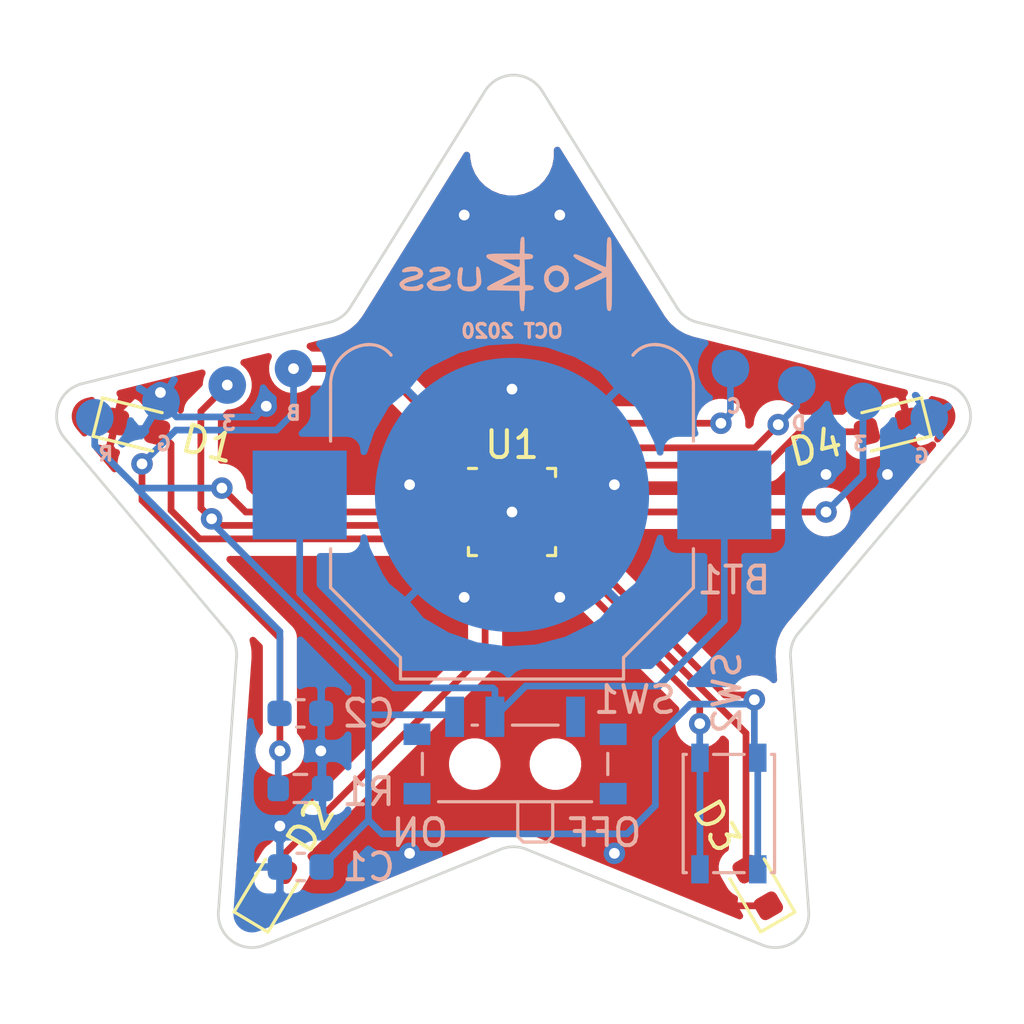
<source format=kicad_pcb>
(kicad_pcb (version 20171130) (host pcbnew 5.1.7-a382d34a8~87~ubuntu20.04.1)

  (general
    (thickness 1.6)
    (drawings 31)
    (tracks 167)
    (zones 0)
    (modules 15)
    (nets 22)
  )

  (page A4)
  (layers
    (0 F.Cu signal)
    (31 B.Cu signal)
    (32 B.Adhes user)
    (33 F.Adhes user)
    (34 B.Paste user)
    (35 F.Paste user)
    (36 B.SilkS user)
    (37 F.SilkS user)
    (38 B.Mask user)
    (39 F.Mask user)
    (40 Dwgs.User user)
    (41 Cmts.User user)
    (42 Eco1.User user)
    (43 Eco2.User user)
    (44 Edge.Cuts user)
    (45 Margin user)
    (46 B.CrtYd user)
    (47 F.CrtYd user)
    (48 B.Fab user)
    (49 F.Fab user)
  )

  (setup
    (last_trace_width 0.25)
    (trace_clearance 0.2)
    (zone_clearance 0.508)
    (zone_45_only no)
    (trace_min 0.2)
    (via_size 0.8)
    (via_drill 0.4)
    (via_min_size 0.4)
    (via_min_drill 0.3)
    (uvia_size 0.3)
    (uvia_drill 0.1)
    (uvias_allowed no)
    (uvia_min_size 0.2)
    (uvia_min_drill 0.1)
    (edge_width 0.05)
    (segment_width 0.2)
    (pcb_text_width 0.3)
    (pcb_text_size 1.5 1.5)
    (mod_edge_width 0.12)
    (mod_text_size 1 1)
    (mod_text_width 0.15)
    (pad_size 1.524 1.524)
    (pad_drill 0.762)
    (pad_to_mask_clearance 0.05)
    (aux_axis_origin 0 0)
    (visible_elements FEFFFF7F)
    (pcbplotparams
      (layerselection 0x010fc_ffffffff)
      (usegerberextensions false)
      (usegerberattributes true)
      (usegerberadvancedattributes true)
      (creategerberjobfile true)
      (excludeedgelayer true)
      (linewidth 0.100000)
      (plotframeref false)
      (viasonmask false)
      (mode 1)
      (useauxorigin false)
      (hpglpennumber 1)
      (hpglpenspeed 20)
      (hpglpendiameter 15.000000)
      (psnegative false)
      (psa4output false)
      (plotreference true)
      (plotvalue true)
      (plotinvisibletext false)
      (padsonsilk false)
      (subtractmaskfromsilk false)
      (outputformat 1)
      (mirror false)
      (drillshape 1)
      (scaleselection 1)
      (outputdirectory ""))
  )

  (net 0 "")
  (net 1 "Net-(U1-Pad10)")
  (net 2 "Net-(U1-Pad9)")
  (net 3 "Net-(U1-Pad8)")
  (net 4 GND)
  (net 5 +BATT)
  (net 6 "Net-(SW1-Pad1)")
  (net 7 +3V0)
  (net 8 LED0)
  (net 9 LED1)
  (net 10 LED2)
  (net 11 LED3)
  (net 12 SWCLK)
  (net 13 SWDIO)
  (net 14 "Net-(J2-Pad1)")
  (net 15 SWITCH)
  (net 16 "Net-(U1-Pad14)")
  (net 17 "Net-(C2-Pad2)")
  (net 18 "Net-(U1-Pad19)")
  (net 19 "Net-(U1-Pad2)")
  (net 20 "Net-(U1-Pad1)")
  (net 21 "Net-(U1-Pad18)")

  (net_class Default "This is the default net class."
    (clearance 0.2)
    (trace_width 0.25)
    (via_dia 0.8)
    (via_drill 0.4)
    (uvia_dia 0.3)
    (uvia_drill 0.1)
    (add_net +3V0)
    (add_net +BATT)
    (add_net GND)
    (add_net LED0)
    (add_net LED1)
    (add_net LED2)
    (add_net LED3)
    (add_net "Net-(C2-Pad2)")
    (add_net "Net-(J2-Pad1)")
    (add_net "Net-(SW1-Pad1)")
    (add_net "Net-(U1-Pad1)")
    (add_net "Net-(U1-Pad10)")
    (add_net "Net-(U1-Pad14)")
    (add_net "Net-(U1-Pad18)")
    (add_net "Net-(U1-Pad19)")
    (add_net "Net-(U1-Pad2)")
    (add_net "Net-(U1-Pad8)")
    (add_net "Net-(U1-Pad9)")
    (add_net SWCLK)
    (add_net SWDIO)
    (add_net SWITCH)
  )

  (module Resistor_SMD:R_0603_1608Metric (layer B.Cu) (tedit 5F68FEEE) (tstamp 5F9A0384)
    (at -7.874 10.287)
    (descr "Resistor SMD 0603 (1608 Metric), square (rectangular) end terminal, IPC_7351 nominal, (Body size source: IPC-SM-782 page 72, https://www.pcb-3d.com/wordpress/wp-content/uploads/ipc-sm-782a_amendment_1_and_2.pdf), generated with kicad-footprint-generator")
    (tags resistor)
    (path /5F9936FC)
    (attr smd)
    (fp_text reference R1 (at 2.54 0.127) (layer B.SilkS)
      (effects (font (size 1 1) (thickness 0.15)) (justify mirror))
    )
    (fp_text value 10k (at 0 -1.43) (layer B.Fab)
      (effects (font (size 1 1) (thickness 0.15)) (justify mirror))
    )
    (fp_line (start 1.48 -0.73) (end -1.48 -0.73) (layer B.CrtYd) (width 0.05))
    (fp_line (start 1.48 0.73) (end 1.48 -0.73) (layer B.CrtYd) (width 0.05))
    (fp_line (start -1.48 0.73) (end 1.48 0.73) (layer B.CrtYd) (width 0.05))
    (fp_line (start -1.48 -0.73) (end -1.48 0.73) (layer B.CrtYd) (width 0.05))
    (fp_line (start -0.237258 -0.5225) (end 0.237258 -0.5225) (layer B.SilkS) (width 0.12))
    (fp_line (start -0.237258 0.5225) (end 0.237258 0.5225) (layer B.SilkS) (width 0.12))
    (fp_line (start 0.8 -0.4125) (end -0.8 -0.4125) (layer B.Fab) (width 0.1))
    (fp_line (start 0.8 0.4125) (end 0.8 -0.4125) (layer B.Fab) (width 0.1))
    (fp_line (start -0.8 0.4125) (end 0.8 0.4125) (layer B.Fab) (width 0.1))
    (fp_line (start -0.8 -0.4125) (end -0.8 0.4125) (layer B.Fab) (width 0.1))
    (fp_text user %R (at 0 0) (layer B.Fab)
      (effects (font (size 0.4 0.4) (thickness 0.06)) (justify mirror))
    )
    (pad 2 smd roundrect (at 0.825 0) (size 0.8 0.95) (layers B.Cu B.Paste B.Mask) (roundrect_rratio 0.25)
      (net 4 GND))
    (pad 1 smd roundrect (at -0.825 0) (size 0.8 0.95) (layers B.Cu B.Paste B.Mask) (roundrect_rratio 0.25)
      (net 14 "Net-(J2-Pad1)"))
    (model ${KISYS3DMOD}/Resistor_SMD.3dshapes/R_0603_1608Metric.wrl
      (at (xyz 0 0 0))
      (scale (xyz 1 1 1))
      (rotate (xyz 0 0 0))
    )
  )

  (module Capacitor_SMD:C_0603_1608Metric (layer B.Cu) (tedit 5F68FEEE) (tstamp 5F9CAAD2)
    (at -7.874 7.493 180)
    (descr "Capacitor SMD 0603 (1608 Metric), square (rectangular) end terminal, IPC_7351 nominal, (Body size source: IPC-SM-782 page 76, https://www.pcb-3d.com/wordpress/wp-content/uploads/ipc-sm-782a_amendment_1_and_2.pdf), generated with kicad-footprint-generator")
    (tags capacitor)
    (path /5F99A3E0)
    (attr smd)
    (fp_text reference C2 (at -2.54 0) (layer B.SilkS)
      (effects (font (size 1 1) (thickness 0.15)) (justify mirror))
    )
    (fp_text value 100nF (at 0 -1.43) (layer B.Fab)
      (effects (font (size 1 1) (thickness 0.15)) (justify mirror))
    )
    (fp_line (start 1.48 -0.73) (end -1.48 -0.73) (layer B.CrtYd) (width 0.05))
    (fp_line (start 1.48 0.73) (end 1.48 -0.73) (layer B.CrtYd) (width 0.05))
    (fp_line (start -1.48 0.73) (end 1.48 0.73) (layer B.CrtYd) (width 0.05))
    (fp_line (start -1.48 -0.73) (end -1.48 0.73) (layer B.CrtYd) (width 0.05))
    (fp_line (start -0.14058 -0.51) (end 0.14058 -0.51) (layer B.SilkS) (width 0.12))
    (fp_line (start -0.14058 0.51) (end 0.14058 0.51) (layer B.SilkS) (width 0.12))
    (fp_line (start 0.8 -0.4) (end -0.8 -0.4) (layer B.Fab) (width 0.1))
    (fp_line (start 0.8 0.4) (end 0.8 -0.4) (layer B.Fab) (width 0.1))
    (fp_line (start -0.8 0.4) (end 0.8 0.4) (layer B.Fab) (width 0.1))
    (fp_line (start -0.8 -0.4) (end -0.8 0.4) (layer B.Fab) (width 0.1))
    (fp_text user %R (at 0 0) (layer B.Fab)
      (effects (font (size 0.4 0.4) (thickness 0.06)) (justify mirror))
    )
    (pad 2 smd roundrect (at 0.775 0 180) (size 0.9 0.95) (layers B.Cu B.Paste B.Mask) (roundrect_rratio 0.25)
      (net 17 "Net-(C2-Pad2)"))
    (pad 1 smd roundrect (at -0.775 0 180) (size 0.9 0.95) (layers B.Cu B.Paste B.Mask) (roundrect_rratio 0.25)
      (net 4 GND))
    (model ${KISYS3DMOD}/Capacitor_SMD.3dshapes/C_0603_1608Metric.wrl
      (at (xyz 0 0 0))
      (scale (xyz 1 1 1))
      (rotate (xyz 0 0 0))
    )
  )

  (module Capacitor_SMD:C_0603_1608Metric (layer B.Cu) (tedit 5F68FEEE) (tstamp 5F9A017F)
    (at -7.861 13.208 180)
    (descr "Capacitor SMD 0603 (1608 Metric), square (rectangular) end terminal, IPC_7351 nominal, (Body size source: IPC-SM-782 page 76, https://www.pcb-3d.com/wordpress/wp-content/uploads/ipc-sm-782a_amendment_1_and_2.pdf), generated with kicad-footprint-generator")
    (tags capacitor)
    (path /5F4CA33B)
    (attr smd)
    (fp_text reference C1 (at -2.527 0) (layer B.SilkS)
      (effects (font (size 1 1) (thickness 0.15)) (justify mirror))
    )
    (fp_text value 10uF (at 0 -1.43) (layer B.Fab)
      (effects (font (size 1 1) (thickness 0.15)) (justify mirror))
    )
    (fp_line (start 1.48 -0.73) (end -1.48 -0.73) (layer B.CrtYd) (width 0.05))
    (fp_line (start 1.48 0.73) (end 1.48 -0.73) (layer B.CrtYd) (width 0.05))
    (fp_line (start -1.48 0.73) (end 1.48 0.73) (layer B.CrtYd) (width 0.05))
    (fp_line (start -1.48 -0.73) (end -1.48 0.73) (layer B.CrtYd) (width 0.05))
    (fp_line (start -0.14058 -0.51) (end 0.14058 -0.51) (layer B.SilkS) (width 0.12))
    (fp_line (start -0.14058 0.51) (end 0.14058 0.51) (layer B.SilkS) (width 0.12))
    (fp_line (start 0.8 -0.4) (end -0.8 -0.4) (layer B.Fab) (width 0.1))
    (fp_line (start 0.8 0.4) (end 0.8 -0.4) (layer B.Fab) (width 0.1))
    (fp_line (start -0.8 0.4) (end 0.8 0.4) (layer B.Fab) (width 0.1))
    (fp_line (start -0.8 -0.4) (end -0.8 0.4) (layer B.Fab) (width 0.1))
    (fp_text user %R (at 0 0) (layer B.Fab)
      (effects (font (size 0.4 0.4) (thickness 0.06)) (justify mirror))
    )
    (pad 2 smd roundrect (at 0.775 0 180) (size 0.9 0.95) (layers B.Cu B.Paste B.Mask) (roundrect_rratio 0.25)
      (net 4 GND))
    (pad 1 smd roundrect (at -0.775 0 180) (size 0.9 0.95) (layers B.Cu B.Paste B.Mask) (roundrect_rratio 0.25)
      (net 7 +3V0))
    (model ${KISYS3DMOD}/Capacitor_SMD.3dshapes/C_0603_1608Metric.wrl
      (at (xyz 0 0 0))
      (scale (xyz 1 1 1))
      (rotate (xyz 0 0 0))
    )
  )

  (module kobuss:kobuss_name_s (layer B.Cu) (tedit 5F98E9D8) (tstamp 5F99FBDF)
    (at 0 -8.636 180)
    (fp_text reference Ref** (at 0 0) (layer B.SilkS) hide
      (effects (font (size 1.27 1.27) (thickness 0.15)) (justify mirror))
    )
    (fp_text value Val** (at 0 0) (layer B.SilkS) hide
      (effects (font (size 1.27 1.27) (thickness 0.15)) (justify mirror))
    )
    (fp_poly (pts (xy -3.585089 1.582534) (xy -3.561045 1.558739) (xy -3.545074 1.502768) (xy -3.53488 1.401274)
      (xy -3.528167 1.240911) (xy -3.523021 1.026583) (xy -3.517215 0.819763) (xy -3.509609 0.647325)
      (xy -3.501099 0.524836) (xy -3.492584 0.467865) (xy -3.490722 0.465666) (xy -3.447141 0.482857)
      (xy -3.341521 0.530061) (xy -3.188192 0.600726) (xy -3.001477 0.688301) (xy -2.932818 0.720819)
      (xy -2.734641 0.811534) (xy -2.560864 0.884778) (xy -2.426981 0.934487) (xy -2.348485 0.954596)
      (xy -2.337571 0.95378) (xy -2.287359 0.914055) (xy -2.306149 0.857623) (xy -2.396776 0.782165)
      (xy -2.562075 0.685364) (xy -2.804881 0.564901) (xy -2.824036 0.555905) (xy -3.015653 0.465352)
      (xy -3.178511 0.386831) (xy -3.297784 0.327607) (xy -3.358644 0.294946) (xy -3.362927 0.291851)
      (xy -3.334975 0.267132) (xy -3.243087 0.214455) (xy -3.100446 0.140812) (xy -2.920232 0.053195)
      (xy -2.85664 0.023282) (xy -2.630422 -0.085335) (xy -2.473915 -0.168412) (xy -2.378086 -0.231514)
      (xy -2.333901 -0.280204) (xy -2.328333 -0.302133) (xy -2.356679 -0.367519) (xy -2.392382 -0.381)
      (xy -2.452504 -0.363563) (xy -2.572758 -0.315759) (xy -2.737183 -0.244347) (xy -2.929816 -0.156085)
      (xy -2.985049 -0.130026) (xy -3.513666 0.120949) (xy -3.513666 -0.484675) (xy -3.515758 -0.741751)
      (xy -3.522682 -0.925271) (xy -3.535415 -1.046255) (xy -3.554934 -1.115727) (xy -3.57155 -1.138339)
      (xy -3.634547 -1.161988) (xy -3.677994 -1.127865) (xy -3.692769 -1.080439) (xy -3.704013 -0.974802)
      (xy -3.711859 -0.805966) (xy -3.716443 -0.568941) (xy -3.717898 -0.258738) (xy -3.71636 0.129633)
      (xy -3.715361 0.259073) (xy -3.712082 0.629057) (xy -3.708752 0.923094) (xy -3.70474 1.149902)
      (xy -3.699418 1.318198) (xy -3.692157 1.4367) (xy -3.682328 1.514125) (xy -3.669302 1.559192)
      (xy -3.652449 1.580617) (xy -3.63114 1.58712) (xy -3.6195 1.5875) (xy -3.585089 1.582534)) (layer B.SilkS) (width 0.01))
    (fp_poly (pts (xy -0.391583 1.600738) (xy -0.351551 1.578713) (xy -0.326567 1.51972) (xy -0.311909 1.406262)
      (xy -0.305062 1.280134) (xy -0.292624 0.973666) (xy 0.314826 0.973666) (xy 0.567168 0.97182)
      (xy 0.745659 0.965635) (xy 0.861046 0.954142) (xy 0.924076 0.936371) (xy 0.944054 0.916911)
      (xy 0.953196 0.874156) (xy 0.937906 0.834069) (xy 0.887648 0.789422) (xy 0.79188 0.732984)
      (xy 0.640064 0.657525) (xy 0.421662 0.555814) (xy 0.40964 0.550293) (xy 0.221292 0.462373)
      (xy 0.062574 0.38553) (xy -0.051496 0.327237) (xy -0.1059 0.29497) (xy -0.108119 0.292635)
      (xy -0.07839 0.265657) (xy 0.015078 0.210836) (xy 0.158951 0.135374) (xy 0.339894 0.046472)
      (xy 0.402991 0.016575) (xy 0.63528 -0.096133) (xy 0.795715 -0.18296) (xy 0.891509 -0.248314)
      (xy 0.929871 -0.2966) (xy 0.931334 -0.306301) (xy 0.906478 -0.37084) (xy 0.878417 -0.383734)
      (xy 0.817986 -0.38534) (xy 0.690692 -0.387772) (xy 0.51433 -0.390717) (xy 0.306695 -0.393865)
      (xy 0.275167 -0.394318) (xy -0.275166 -0.402167) (xy -0.287341 -0.768665) (xy -0.297484 -0.959449)
      (xy -0.31437 -1.079525) (xy -0.340686 -1.142756) (xy -0.363027 -1.159534) (xy -0.427541 -1.154377)
      (xy -0.445267 -1.131703) (xy -0.455461 -1.066773) (xy -0.465653 -0.941555) (xy -0.473966 -0.78041)
      (xy -0.475415 -0.740834) (xy -0.486833 -0.402167) (xy -0.645583 -0.389028) (xy -0.754919 -0.369484)
      (xy -0.799871 -0.32773) (xy -0.804333 -0.296334) (xy -0.78339 -0.239808) (xy -0.709257 -0.211667)
      (xy -0.296333 -0.211667) (xy 0.052917 -0.209972) (xy 0.222697 -0.208522) (xy 0.318595 -0.203935)
      (xy 0.351394 -0.192793) (xy 0.331877 -0.171677) (xy 0.275167 -0.139517) (xy 0.162478 -0.082474)
      (xy 0.013958 -0.012207) (xy -0.074083 0.027588) (xy -0.296333 0.125932) (xy -0.296333 -0.211667)
      (xy -0.709257 -0.211667) (xy -0.707497 -0.210999) (xy -0.645583 -0.203639) (xy -0.486833 -0.1905)
      (xy -0.474888 0.283113) (xy -0.466547 0.613833) (xy -0.296333 0.613833) (xy -0.290662 0.527225)
      (xy -0.264986 0.482738) (xy -0.206309 0.480373) (xy -0.101636 0.520128) (xy 0.062027 0.602005)
      (xy 0.084667 0.613833) (xy 0.359834 0.757892) (xy 0.03175 0.759946) (xy -0.296333 0.762)
      (xy -0.296333 0.613833) (xy -0.466547 0.613833) (xy -0.462943 0.756727) (xy -0.623055 0.769947)
      (xy -0.731623 0.788448) (xy -0.777204 0.828319) (xy -0.783166 0.867833) (xy -0.764948 0.926956)
      (xy -0.696125 0.956685) (xy -0.624416 0.965639) (xy -0.465666 0.978777) (xy -0.465666 1.296826)
      (xy -0.46347 1.459316) (xy -0.454233 1.553477) (xy -0.433988 1.595589) (xy -0.398766 1.601934)
      (xy -0.391583 1.600738)) (layer B.SilkS) (width 0.01))
    (fp_poly (pts (xy -1.534117 0.527279) (xy -1.437947 0.486117) (xy -1.297075 0.37299) (xy -1.216109 0.22341)
      (xy -1.190957 0.054953) (xy -1.21753 -0.114808) (xy -1.291735 -0.268299) (xy -1.409481 -0.387944)
      (xy -1.566678 -0.45617) (xy -1.659481 -0.465509) (xy -1.761156 -0.443575) (xy -1.879617 -0.39026)
      (xy -1.891715 -0.383107) (xy -2.022777 -0.279045) (xy -2.093193 -0.151818) (xy -2.116413 0.02455)
      (xy -2.116666 0.051297) (xy -2.108802 0.101174) (xy -1.941505 0.101174) (xy -1.932705 -0.039745)
      (xy -1.859347 -0.174957) (xy -1.839369 -0.196479) (xy -1.712925 -0.273661) (xy -1.578751 -0.270171)
      (xy -1.450882 -0.18716) (xy -1.42875 -0.162839) (xy -1.36196 -0.02964) (xy -1.362069 0.110683)
      (xy -1.419504 0.235921) (xy -1.524693 0.323866) (xy -1.651 0.352778) (xy -1.793608 0.317975)
      (xy -1.892791 0.227261) (xy -1.941505 0.101174) (xy -2.108802 0.101174) (xy -2.08529 0.250282)
      (xy -1.987689 0.39949) (xy -1.862199 0.487075) (xy -1.694168 0.544307) (xy -1.534117 0.527279)) (layer B.SilkS) (width 0.01))
    (fp_poly (pts (xy 1.317596 0.483581) (xy 1.329472 0.435254) (xy 1.332505 0.325292) (xy 1.326194 0.176313)
      (xy 1.32482 0.157356) (xy 1.315887 -0.01297) (xy 1.322235 -0.119488) (xy 1.346198 -0.182061)
      (xy 1.367353 -0.204629) (xy 1.454395 -0.241302) (xy 1.581158 -0.259028) (xy 1.711537 -0.256667)
      (xy 1.809428 -0.233078) (xy 1.829711 -0.219223) (xy 1.869333 -0.124059) (xy 1.874205 0.045793)
      (xy 1.848113 0.264583) (xy 1.831696 0.385667) (xy 1.838002 0.445203) (xy 1.87219 0.464466)
      (xy 1.896867 0.465666) (xy 1.95783 0.442085) (xy 1.994461 0.35929) (xy 2.004829 0.306916)
      (xy 2.033016 0.037514) (xy 2.014824 -0.164653) (xy 1.947283 -0.305041) (xy 1.827423 -0.389109)
      (xy 1.652272 -0.422312) (xy 1.607335 -0.423334) (xy 1.463941 -0.415087) (xy 1.36537 -0.38061)
      (xy 1.272581 -0.3053) (xy 1.260905 -0.293751) (xy 1.194042 -0.222671) (xy 1.157544 -0.160147)
      (xy 1.145253 -0.079958) (xy 1.151013 0.044115) (xy 1.159439 0.138354) (xy 1.188812 0.33884)
      (xy 1.231873 0.457736) (xy 1.288225 0.494178) (xy 1.317596 0.483581)) (layer B.SilkS) (width 0.01))
    (fp_poly (pts (xy 2.912541 0.45895) (xy 2.937514 0.449172) (xy 3.033562 0.39242) (xy 3.076302 0.334952)
      (xy 3.0612 0.294039) (xy 2.983722 0.286952) (xy 2.979944 0.287511) (xy 2.764102 0.316625)
      (xy 2.617989 0.325694) (xy 2.529173 0.315118) (xy 2.502827 0.302902) (xy 2.463207 0.249252)
      (xy 2.506951 0.19773) (xy 2.634565 0.14795) (xy 2.741805 0.120923) (xy 2.908786 0.06714)
      (xy 3.049772 -0.008173) (xy 3.144927 -0.092029) (xy 3.175 -0.162719) (xy 3.15061 -0.22146)
      (xy 3.09663 -0.29907) (xy 3.030092 -0.358428) (xy 2.934643 -0.391872) (xy 2.783616 -0.408354)
      (xy 2.768547 -0.409197) (xy 2.617185 -0.410372) (xy 2.489762 -0.399359) (xy 2.432697 -0.385339)
      (xy 2.332527 -0.320794) (xy 2.287253 -0.276676) (xy 2.257062 -0.204918) (xy 2.288817 -0.162094)
      (xy 2.361465 -0.160411) (xy 2.430372 -0.19367) (xy 2.531225 -0.23338) (xy 2.668013 -0.251508)
      (xy 2.808182 -0.247915) (xy 2.919175 -0.222464) (xy 2.958835 -0.19592) (xy 2.977224 -0.148006)
      (xy 2.928281 -0.108823) (xy 2.889936 -0.092734) (xy 2.762558 -0.052345) (xy 2.624667 -0.019658)
      (xy 2.44368 0.036222) (xy 2.32777 0.119981) (xy 2.286017 0.224999) (xy 2.286 0.227248)
      (xy 2.323703 0.343663) (xy 2.42417 0.4315) (xy 2.56844 0.484299) (xy 2.737551 0.495602)
      (xy 2.912541 0.45895)) (layer B.SilkS) (width 0.01))
    (fp_poly (pts (xy 3.928541 0.45895) (xy 3.953514 0.449172) (xy 4.049562 0.39242) (xy 4.092302 0.334952)
      (xy 4.0772 0.294039) (xy 3.999722 0.286952) (xy 3.995944 0.287511) (xy 3.780102 0.316625)
      (xy 3.633989 0.325694) (xy 3.545173 0.315118) (xy 3.518827 0.302902) (xy 3.479092 0.248817)
      (xy 3.523573 0.197602) (xy 3.651856 0.149569) (xy 3.753454 0.125556) (xy 3.917904 0.074193)
      (xy 4.059221 -0.000676) (xy 4.157005 -0.085612) (xy 4.191 -0.162719) (xy 4.16661 -0.22146)
      (xy 4.11263 -0.29907) (xy 4.046472 -0.358257) (xy 3.951896 -0.391451) (xy 3.802176 -0.407567)
      (xy 3.784547 -0.408512) (xy 3.63832 -0.411247) (xy 3.521019 -0.405115) (xy 3.471334 -0.395561)
      (xy 3.357509 -0.330022) (xy 3.29771 -0.254748) (xy 3.305196 -0.186711) (xy 3.306688 -0.184852)
      (xy 3.354883 -0.151259) (xy 3.419565 -0.175548) (xy 3.442957 -0.191278) (xy 3.538986 -0.230921)
      (xy 3.66815 -0.250809) (xy 3.805475 -0.251864) (xy 3.92599 -0.235005) (xy 4.004722 -0.201155)
      (xy 4.021667 -0.16994) (xy 3.98352 -0.130689) (xy 3.883299 -0.085293) (xy 3.742339 -0.042168)
      (xy 3.640667 -0.019658) (xy 3.45968 0.036222) (xy 3.34377 0.119981) (xy 3.302017 0.224999)
      (xy 3.302 0.227248) (xy 3.339703 0.343663) (xy 3.44017 0.4315) (xy 3.58444 0.484299)
      (xy 3.753551 0.495602) (xy 3.928541 0.45895)) (layer B.SilkS) (width 0.01))
  )

  (module LED_SMD:LED_0603_1608Metric (layer F.Cu) (tedit 5F68FEF1) (tstamp 5F4E49DB)
    (at 13.97 -3.175 194)
    (descr "LED SMD 0603 (1608 Metric), square (rectangular) end terminal, IPC_7351 nominal, (Body size source: http://www.tortai-tech.com/upload/download/2011102023233369053.pdf), generated with kicad-footprint-generator")
    (tags LED)
    (path /5F4E0209)
    (attr smd)
    (fp_text reference D4 (at 2.772123 -0.09416 14) (layer F.SilkS)
      (effects (font (size 1 1) (thickness 0.15)))
    )
    (fp_text value LED (at 0 1.43 14) (layer F.Fab)
      (effects (font (size 1 1) (thickness 0.15)))
    )
    (fp_line (start 0.8 -0.4) (end -0.5 -0.4) (layer F.Fab) (width 0.1))
    (fp_line (start -0.5 -0.4) (end -0.8 -0.1) (layer F.Fab) (width 0.1))
    (fp_line (start -0.8 -0.1) (end -0.8 0.4) (layer F.Fab) (width 0.1))
    (fp_line (start -0.8 0.4) (end 0.8 0.4) (layer F.Fab) (width 0.1))
    (fp_line (start 0.8 0.4) (end 0.8 -0.4) (layer F.Fab) (width 0.1))
    (fp_line (start 0.8 -0.735) (end -1.485 -0.735) (layer F.SilkS) (width 0.12))
    (fp_line (start -1.485 -0.735) (end -1.485 0.735) (layer F.SilkS) (width 0.12))
    (fp_line (start -1.485 0.735) (end 0.8 0.735) (layer F.SilkS) (width 0.12))
    (fp_line (start -1.48 0.73) (end -1.48 -0.73) (layer F.CrtYd) (width 0.05))
    (fp_line (start -1.48 -0.73) (end 1.48 -0.73) (layer F.CrtYd) (width 0.05))
    (fp_line (start 1.48 -0.73) (end 1.48 0.73) (layer F.CrtYd) (width 0.05))
    (fp_line (start 1.48 0.73) (end -1.48 0.73) (layer F.CrtYd) (width 0.05))
    (fp_text user %R (at 0 0 14) (layer F.Fab)
      (effects (font (size 0.4 0.4) (thickness 0.06)))
    )
    (pad 2 smd roundrect (at 0.7875 0 194) (size 0.875 0.95) (layers F.Cu F.Paste F.Mask) (roundrect_rratio 0.25)
      (net 11 LED3))
    (pad 1 smd roundrect (at -0.7875 0 194) (size 0.875 0.95) (layers F.Cu F.Paste F.Mask) (roundrect_rratio 0.25)
      (net 4 GND))
    (model ${KISYS3DMOD}/LED_SMD.3dshapes/LED_0603_1608Metric.wrl
      (at (xyz 0 0 0))
      (scale (xyz 1 1 1))
      (rotate (xyz 0 0 0))
    )
  )

  (module LED_SMD:LED_0603_1608Metric (layer F.Cu) (tedit 5F68FEF1) (tstamp 5F5112CC)
    (at 9.144 13.97 120)
    (descr "LED SMD 0603 (1608 Metric), square (rectangular) end terminal, IPC_7351 nominal, (Body size source: http://www.tortai-tech.com/upload/download/2011102023233369053.pdf), generated with kicad-footprint-generator")
    (tags LED)
    (path /5F4DF9F7)
    (attr smd)
    (fp_text reference D3 (at 2.741734 -0.176823 120) (layer F.SilkS)
      (effects (font (size 1 1) (thickness 0.15)))
    )
    (fp_text value LED (at 0 1.43 120) (layer F.Fab)
      (effects (font (size 1 1) (thickness 0.15)))
    )
    (fp_line (start 0.8 -0.4) (end -0.5 -0.4) (layer F.Fab) (width 0.1))
    (fp_line (start -0.5 -0.4) (end -0.8 -0.1) (layer F.Fab) (width 0.1))
    (fp_line (start -0.8 -0.1) (end -0.8 0.4) (layer F.Fab) (width 0.1))
    (fp_line (start -0.8 0.4) (end 0.8 0.4) (layer F.Fab) (width 0.1))
    (fp_line (start 0.8 0.4) (end 0.8 -0.4) (layer F.Fab) (width 0.1))
    (fp_line (start 0.8 -0.735) (end -1.485 -0.735) (layer F.SilkS) (width 0.12))
    (fp_line (start -1.485 -0.735) (end -1.485 0.735) (layer F.SilkS) (width 0.12))
    (fp_line (start -1.485 0.735) (end 0.8 0.735) (layer F.SilkS) (width 0.12))
    (fp_line (start -1.48 0.73) (end -1.48 -0.73) (layer F.CrtYd) (width 0.05))
    (fp_line (start -1.48 -0.73) (end 1.48 -0.73) (layer F.CrtYd) (width 0.05))
    (fp_line (start 1.48 -0.73) (end 1.48 0.73) (layer F.CrtYd) (width 0.05))
    (fp_line (start 1.48 0.73) (end -1.48 0.73) (layer F.CrtYd) (width 0.05))
    (fp_text user %R (at 0 0 120) (layer F.Fab)
      (effects (font (size 0.4 0.4) (thickness 0.06)))
    )
    (pad 2 smd roundrect (at 0.7875 0 120) (size 0.875 0.95) (layers F.Cu F.Paste F.Mask) (roundrect_rratio 0.25)
      (net 10 LED2))
    (pad 1 smd roundrect (at -0.7875 0 120) (size 0.875 0.95) (layers F.Cu F.Paste F.Mask) (roundrect_rratio 0.25)
      (net 4 GND))
    (model ${KISYS3DMOD}/LED_SMD.3dshapes/LED_0603_1608Metric.wrl
      (at (xyz 0 0 0))
      (scale (xyz 1 1 1))
      (rotate (xyz 0 0 0))
    )
  )

  (module LED_SMD:LED_0603_1608Metric (layer F.Cu) (tedit 5F68FEF1) (tstamp 5F4E49B5)
    (at -8.947342 13.981979 59)
    (descr "LED SMD 0603 (1608 Metric), square (rectangular) end terminal, IPC_7351 nominal, (Body size source: http://www.tortai-tech.com/upload/download/2011102023233369053.pdf), generated with kicad-footprint-generator")
    (tags LED)
    (path /5F4DF56D)
    (attr smd)
    (fp_text reference D2 (at 2.718794 0.063068 59) (layer F.SilkS)
      (effects (font (size 1 1) (thickness 0.15)))
    )
    (fp_text value LED (at 0 1.43 59) (layer F.Fab)
      (effects (font (size 1 1) (thickness 0.15)))
    )
    (fp_line (start 0.8 -0.4) (end -0.5 -0.4) (layer F.Fab) (width 0.1))
    (fp_line (start -0.5 -0.4) (end -0.8 -0.1) (layer F.Fab) (width 0.1))
    (fp_line (start -0.8 -0.1) (end -0.8 0.4) (layer F.Fab) (width 0.1))
    (fp_line (start -0.8 0.4) (end 0.8 0.4) (layer F.Fab) (width 0.1))
    (fp_line (start 0.8 0.4) (end 0.8 -0.4) (layer F.Fab) (width 0.1))
    (fp_line (start 0.8 -0.735) (end -1.485 -0.735) (layer F.SilkS) (width 0.12))
    (fp_line (start -1.485 -0.735) (end -1.485 0.735) (layer F.SilkS) (width 0.12))
    (fp_line (start -1.485 0.735) (end 0.8 0.735) (layer F.SilkS) (width 0.12))
    (fp_line (start -1.48 0.73) (end -1.48 -0.73) (layer F.CrtYd) (width 0.05))
    (fp_line (start -1.48 -0.73) (end 1.48 -0.73) (layer F.CrtYd) (width 0.05))
    (fp_line (start 1.48 -0.73) (end 1.48 0.73) (layer F.CrtYd) (width 0.05))
    (fp_line (start 1.48 0.73) (end -1.48 0.73) (layer F.CrtYd) (width 0.05))
    (fp_text user %R (at 0 0 59) (layer F.Fab)
      (effects (font (size 0.4 0.4) (thickness 0.06)))
    )
    (pad 2 smd roundrect (at 0.7875 0 59) (size 0.875 0.95) (layers F.Cu F.Paste F.Mask) (roundrect_rratio 0.25)
      (net 9 LED1))
    (pad 1 smd roundrect (at -0.7875 0 59) (size 0.875 0.95) (layers F.Cu F.Paste F.Mask) (roundrect_rratio 0.25)
      (net 4 GND))
    (model ${KISYS3DMOD}/LED_SMD.3dshapes/LED_0603_1608Metric.wrl
      (at (xyz 0 0 0))
      (scale (xyz 1 1 1))
      (rotate (xyz 0 0 0))
    )
  )

  (module LED_SMD:LED_0603_1608Metric (layer F.Cu) (tedit 5F68FEF1) (tstamp 5F4F1352)
    (at -13.97 -3.175 346)
    (descr "LED SMD 0603 (1608 Metric), square (rectangular) end terminal, IPC_7351 nominal, (Body size source: http://www.tortai-tech.com/upload/download/2011102023233369053.pdf), generated with kicad-footprint-generator")
    (tags LED)
    (path /5F4DE50C)
    (attr smd)
    (fp_text reference D1 (at 2.741399 -0.029068 166) (layer F.SilkS)
      (effects (font (size 1 1) (thickness 0.15)))
    )
    (fp_text value LED (at 0 1.43 166) (layer F.Fab)
      (effects (font (size 1 1) (thickness 0.15)))
    )
    (fp_line (start 0.8 -0.4) (end -0.5 -0.4) (layer F.Fab) (width 0.1))
    (fp_line (start -0.5 -0.4) (end -0.8 -0.1) (layer F.Fab) (width 0.1))
    (fp_line (start -0.8 -0.1) (end -0.8 0.4) (layer F.Fab) (width 0.1))
    (fp_line (start -0.8 0.4) (end 0.8 0.4) (layer F.Fab) (width 0.1))
    (fp_line (start 0.8 0.4) (end 0.8 -0.4) (layer F.Fab) (width 0.1))
    (fp_line (start 0.8 -0.735) (end -1.485 -0.735) (layer F.SilkS) (width 0.12))
    (fp_line (start -1.485 -0.735) (end -1.485 0.735) (layer F.SilkS) (width 0.12))
    (fp_line (start -1.485 0.735) (end 0.8 0.735) (layer F.SilkS) (width 0.12))
    (fp_line (start -1.48 0.73) (end -1.48 -0.73) (layer F.CrtYd) (width 0.05))
    (fp_line (start -1.48 -0.73) (end 1.48 -0.73) (layer F.CrtYd) (width 0.05))
    (fp_line (start 1.48 -0.73) (end 1.48 0.73) (layer F.CrtYd) (width 0.05))
    (fp_line (start 1.48 0.73) (end -1.48 0.73) (layer F.CrtYd) (width 0.05))
    (fp_text user %R (at 0 0 166) (layer F.Fab)
      (effects (font (size 0.4 0.4) (thickness 0.06)))
    )
    (pad 2 smd roundrect (at 0.7875 0 346) (size 0.875 0.95) (layers F.Cu F.Paste F.Mask) (roundrect_rratio 0.25)
      (net 8 LED0))
    (pad 1 smd roundrect (at -0.7875 0 346) (size 0.875 0.95) (layers F.Cu F.Paste F.Mask) (roundrect_rratio 0.25)
      (net 4 GND))
    (model ${KISYS3DMOD}/LED_SMD.3dshapes/LED_0603_1608Metric.wrl
      (at (xyz 0 0 0))
      (scale (xyz 1 1 1))
      (rotate (xyz 0 0 0))
    )
  )

  (module Button_Switch_SMD:SW_SPST_PTS810 (layer B.Cu) (tedit 5B0610A8) (tstamp 5F98E237)
    (at 8.069 11.219 90)
    (descr "C&K Components, PTS 810 Series, Microminiature SMT Top Actuated, http://www.ckswitches.com/media/1476/pts810.pdf")
    (tags "SPST Button Switch")
    (path /5F52A493)
    (attr smd)
    (fp_text reference SW2 (at 4.488 -0.068 270) (layer B.SilkS)
      (effects (font (size 1 1) (thickness 0.15)) (justify mirror))
    )
    (fp_text value SW_SPST (at 0 -2.6 90) (layer B.Fab)
      (effects (font (size 1 1) (thickness 0.15)) (justify mirror))
    )
    (fp_line (start -2.85 1.85) (end 2.85 1.85) (layer B.CrtYd) (width 0.05))
    (fp_line (start -2.85 -1.85) (end -2.85 1.85) (layer B.CrtYd) (width 0.05))
    (fp_line (start 2.85 -1.85) (end -2.85 -1.85) (layer B.CrtYd) (width 0.05))
    (fp_line (start 2.85 1.85) (end 2.85 -1.85) (layer B.CrtYd) (width 0.05))
    (fp_line (start 2.2 1.58) (end 2.2 1.7) (layer B.SilkS) (width 0.12))
    (fp_line (start 2.2 -0.57) (end 2.2 0.57) (layer B.SilkS) (width 0.12))
    (fp_line (start 2.2 -1.7) (end 2.2 -1.58) (layer B.SilkS) (width 0.12))
    (fp_line (start -2.2 -1.7) (end 2.2 -1.7) (layer B.SilkS) (width 0.12))
    (fp_line (start -2.2 -1.58) (end -2.2 -1.7) (layer B.SilkS) (width 0.12))
    (fp_line (start -2.2 0.57) (end -2.2 -0.57) (layer B.SilkS) (width 0.12))
    (fp_line (start -2.2 1.7) (end -2.2 1.58) (layer B.SilkS) (width 0.12))
    (fp_line (start 2.2 1.7) (end -2.2 1.7) (layer B.SilkS) (width 0.12))
    (fp_line (start 0.4 -1.1) (end -0.4 -1.1) (layer B.Fab) (width 0.1))
    (fp_line (start -0.4 1.1) (end 0.4 1.1) (layer B.Fab) (width 0.1))
    (fp_line (start -2.1 -1.6) (end 2.1 -1.6) (layer B.Fab) (width 0.1))
    (fp_line (start -2.1 1.6) (end -2.1 -1.6) (layer B.Fab) (width 0.1))
    (fp_line (start 2.1 1.6) (end -2.1 1.6) (layer B.Fab) (width 0.1))
    (fp_line (start 2.1 -1.6) (end 2.1 1.6) (layer B.Fab) (width 0.1))
    (fp_arc (start 0.4 0) (end 0.4 1.1) (angle -180) (layer B.Fab) (width 0.1))
    (fp_arc (start -0.4 0) (end -0.4 -1.1) (angle -180) (layer B.Fab) (width 0.1))
    (fp_text user %R (at 0 0 90) (layer B.Fab)
      (effects (font (size 0.6 0.6) (thickness 0.09)) (justify mirror))
    )
    (pad 2 smd rect (at 2.075 -1.075 90) (size 1.05 0.65) (layers B.Cu B.Paste B.Mask)
      (net 15 SWITCH))
    (pad 2 smd rect (at -2.075 -1.075 90) (size 1.05 0.65) (layers B.Cu B.Paste B.Mask)
      (net 15 SWITCH))
    (pad 1 smd rect (at 2.075 1.075 90) (size 1.05 0.65) (layers B.Cu B.Paste B.Mask)
      (net 7 +3V0))
    (pad 1 smd rect (at -2.075 1.075 90) (size 1.05 0.65) (layers B.Cu B.Paste B.Mask)
      (net 7 +3V0))
    (model ${KISYS3DMOD}/Button_Switch_SMD.3dshapes/SW_SPST_PTS810.wrl
      (at (xyz 0 0 0))
      (scale (xyz 1 1 1))
      (rotate (xyz 0 0 0))
    )
  )

  (module kobuss:TestPoint_4Pads_Pitch2.54mm (layer B.Cu) (tedit 5F50705C) (tstamp 5F5191BF)
    (at -8.128 -5.334 193.9)
    (descr "Test point with 2 pins, pitch 2.54mm, drill diameter 0.8mm")
    (tags "CONN DEV")
    (path /5F50324F)
    (attr virtual)
    (fp_text reference J2 (at 1.3 2 13.9) (layer B.SilkS) hide
      (effects (font (size 1 1) (thickness 0.15)) (justify mirror))
    )
    (fp_text value Conn_01x04_Pad (at 1.27 -2 13.9) (layer B.Fab)
      (effects (font (size 1 1) (thickness 0.15)) (justify mirror))
    )
    (fp_text user %R (at 1.3 2 13.9) (layer B.Fab)
      (effects (font (size 1 1) (thickness 0.15)) (justify mirror))
    )
    (pad 3 smd circle (at 5.08 0 193.9) (size 1.4 1.4) (layers B.Cu B.Mask)
      (net 4 GND))
    (pad 4 smd circle (at 7.62 0 193.9) (size 1.4 1.4) (layers B.Cu B.Mask)
      (net 17 "Net-(C2-Pad2)"))
    (pad 2 smd circle (at 2.54 0 193.9) (size 1.4 1.4) (layers B.Cu B.Mask)
      (net 7 +3V0))
    (pad 1 smd circle (at 0 0 193.9) (size 1.4 1.4) (layers B.Cu B.Mask)
      (net 14 "Net-(J2-Pad1)"))
  )

  (module kobuss:TestPoint_4Pads_Pitch2.54mm (layer B.Cu) (tedit 5F50705C) (tstamp 5F519E99)
    (at 8.128 -5.334 346.1)
    (descr "Test point with 2 pins, pitch 2.54mm, drill diameter 0.8mm")
    (tags "CONN DEV")
    (path /5F4F4F1E)
    (attr virtual)
    (fp_text reference J1 (at 1.3 1.999999 166.1) (layer B.SilkS) hide
      (effects (font (size 1 1) (thickness 0.15)) (justify mirror))
    )
    (fp_text value Conn_01x04_Pad (at 1.270001 -2 166.1) (layer B.Fab)
      (effects (font (size 1 1) (thickness 0.15)) (justify mirror))
    )
    (fp_text user %R (at 1.3 1.999999 166.1) (layer B.Fab)
      (effects (font (size 1 1) (thickness 0.15)) (justify mirror))
    )
    (pad 3 smd circle (at 5.08 0 346.1) (size 1.4 1.4) (layers B.Cu B.Mask)
      (net 7 +3V0))
    (pad 4 smd circle (at 7.62 0 346.1) (size 1.4 1.4) (layers B.Cu B.Mask)
      (net 4 GND))
    (pad 2 smd circle (at 2.54 0 346.1) (size 1.4 1.4) (layers B.Cu B.Mask)
      (net 13 SWDIO))
    (pad 1 smd circle (at 0 0 346.1) (size 1.4 1.4) (layers B.Cu B.Mask)
      (net 12 SWCLK))
  )

  (module Package_DFN_QFN:ST_UFQFPN-20_3x3mm_P0.5mm (layer F.Cu) (tedit 5BA58892) (tstamp 5F4C40E6)
    (at 0 0)
    (descr "UFQFPN 20-lead, 3 x 3 mm, 0.5 mm pitch, ultra thin fine pitch quad flat package (http://www.st.com/resource/en/datasheet/stm8s003f3.pdf)")
    (tags "UFQFPN 0.5")
    (path /5F4C3FE7)
    (attr smd)
    (fp_text reference U1 (at 0 -2.5) (layer F.SilkS)
      (effects (font (size 1 1) (thickness 0.15)))
    )
    (fp_text value STM32L011F4Ux (at 0 2.5) (layer F.Fab)
      (effects (font (size 1 1) (thickness 0.15)))
    )
    (fp_line (start -0.5 -1.5) (end 1.5 -1.5) (layer F.Fab) (width 0.1))
    (fp_line (start 1.5 -1.5) (end 1.5 1.5) (layer F.Fab) (width 0.1))
    (fp_line (start 1.5 1.5) (end -1.5 1.5) (layer F.Fab) (width 0.1))
    (fp_line (start -1.5 1.5) (end -1.5 -0.5) (layer F.Fab) (width 0.1))
    (fp_line (start -1.5 -0.5) (end -0.5 -1.5) (layer F.Fab) (width 0.1))
    (fp_line (start 1.62 -1.62) (end 1.62 -1.32) (layer F.SilkS) (width 0.12))
    (fp_line (start -1.62 1.62) (end -1.62 1.32) (layer F.SilkS) (width 0.12))
    (fp_line (start 1.62 1.62) (end 1.62 1.32) (layer F.SilkS) (width 0.12))
    (fp_line (start -1.62 -1.62) (end -1.32 -1.62) (layer F.SilkS) (width 0.12))
    (fp_line (start -1.62 1.62) (end -1.32 1.62) (layer F.SilkS) (width 0.12))
    (fp_line (start 1.62 1.62) (end 1.32 1.62) (layer F.SilkS) (width 0.12))
    (fp_line (start 1.62 -1.62) (end 1.32 -1.62) (layer F.SilkS) (width 0.12))
    (fp_line (start -1.75 -1.75) (end 1.75 -1.75) (layer F.CrtYd) (width 0.05))
    (fp_line (start 1.75 -1.75) (end 1.75 1.75) (layer F.CrtYd) (width 0.05))
    (fp_line (start 1.75 1.75) (end -1.75 1.75) (layer F.CrtYd) (width 0.05))
    (fp_line (start -1.75 1.75) (end -1.75 -1.75) (layer F.CrtYd) (width 0.05))
    (fp_text user %R (at 0 0) (layer F.Fab)
      (effects (font (size 0.7 0.7) (thickness 0.1)))
    )
    (pad 20 smd custom (at -1 -1.475) (size 0.3 0.35) (layers F.Cu F.Paste F.Mask)
      (net 14 "Net-(J2-Pad1)") (zone_connect 2)
      (options (clearance outline) (anchor rect))
      (primitives
        (gr_poly (pts
           (xy -0.15 0.175) (xy 0 0.325) (xy 0.15 0.325) (xy 0.15 0.175)) (width 0))
      ))
    (pad 19 smd rect (at -0.5 -1.3) (size 0.3 0.7) (layers F.Cu F.Paste F.Mask)
      (net 18 "Net-(U1-Pad19)"))
    (pad 18 smd rect (at 0 -1.3) (size 0.3 0.7) (layers F.Cu F.Paste F.Mask)
      (net 21 "Net-(U1-Pad18)"))
    (pad 17 smd rect (at 0.5 -1.3) (size 0.3 0.7) (layers F.Cu F.Paste F.Mask)
      (net 12 SWCLK))
    (pad 16 smd custom (at 1 -1.475) (size 0.3 0.35) (layers F.Cu F.Paste F.Mask)
      (net 13 SWDIO) (zone_connect 2)
      (options (clearance outline) (anchor rect))
      (primitives
        (gr_poly (pts
           (xy 0.15 0.175) (xy 0 0.325) (xy -0.15 0.325) (xy -0.15 0.175)) (width 0))
      ))
    (pad 15 smd custom (at 1.475 -1) (size 0.35 0.3) (layers F.Cu F.Paste F.Mask)
      (net 11 LED3) (zone_connect 2)
      (options (clearance outline) (anchor rect))
      (primitives
        (gr_poly (pts
           (xy -0.175 -0.15) (xy -0.325 0) (xy -0.325 0.15) (xy -0.175 0.15)) (width 0))
      ))
    (pad 14 smd rect (at 1.3 -0.5) (size 0.7 0.3) (layers F.Cu F.Paste F.Mask)
      (net 16 "Net-(U1-Pad14)"))
    (pad 13 smd rect (at 1.3 0) (size 0.7 0.3) (layers F.Cu F.Paste F.Mask)
      (net 7 +3V0))
    (pad 12 smd rect (at 1.3 0.5) (size 0.7 0.3) (layers F.Cu F.Paste F.Mask)
      (net 4 GND))
    (pad 11 smd custom (at 1.475 1) (size 0.35 0.3) (layers F.Cu F.Paste F.Mask)
      (net 10 LED2) (zone_connect 2)
      (options (clearance outline) (anchor rect))
      (primitives
        (gr_poly (pts
           (xy -0.175 0.15) (xy -0.325 0) (xy -0.325 -0.15) (xy -0.175 -0.15)) (width 0))
      ))
    (pad 10 smd custom (at 1 1.475) (size 0.3 0.35) (layers F.Cu F.Paste F.Mask)
      (net 1 "Net-(U1-Pad10)") (zone_connect 2)
      (options (clearance outline) (anchor rect))
      (primitives
        (gr_poly (pts
           (xy 0.15 -0.175) (xy 0 -0.325) (xy -0.15 -0.325) (xy -0.15 -0.175)) (width 0))
      ))
    (pad 9 smd rect (at 0.5 1.3) (size 0.3 0.7) (layers F.Cu F.Paste F.Mask)
      (net 2 "Net-(U1-Pad9)"))
    (pad 8 smd rect (at 0 1.3) (size 0.3 0.7) (layers F.Cu F.Paste F.Mask)
      (net 3 "Net-(U1-Pad8)"))
    (pad 7 smd rect (at -0.5 1.3) (size 0.3 0.7) (layers F.Cu F.Paste F.Mask)
      (net 15 SWITCH))
    (pad 6 smd custom (at -1 1.475) (size 0.3 0.35) (layers F.Cu F.Paste F.Mask)
      (net 9 LED1) (zone_connect 2)
      (options (clearance outline) (anchor rect))
      (primitives
        (gr_poly (pts
           (xy -0.15 -0.175) (xy 0 -0.325) (xy 0.15 -0.325) (xy 0.15 -0.175)) (width 0))
      ))
    (pad 5 smd custom (at -1.475 1) (size 0.35 0.3) (layers F.Cu F.Paste F.Mask)
      (net 8 LED0) (zone_connect 2)
      (options (clearance outline) (anchor rect))
      (primitives
        (gr_poly (pts
           (xy 0.175 0.15) (xy 0.325 0) (xy 0.325 -0.15) (xy 0.175 -0.15)) (width 0))
      ))
    (pad 4 smd rect (at -1.3 0.5) (size 0.7 0.3) (layers F.Cu F.Paste F.Mask)
      (net 7 +3V0))
    (pad 3 smd rect (at -1.3 0) (size 0.7 0.3) (layers F.Cu F.Paste F.Mask)
      (net 17 "Net-(C2-Pad2)"))
    (pad 2 smd rect (at -1.3 -0.5) (size 0.7 0.3) (layers F.Cu F.Paste F.Mask)
      (net 19 "Net-(U1-Pad2)"))
    (pad 1 smd custom (at -1.475 -1) (size 0.35 0.3) (layers F.Cu F.Paste F.Mask)
      (net 20 "Net-(U1-Pad1)") (zone_connect 2)
      (options (clearance outline) (anchor rect))
      (primitives
        (gr_poly (pts
           (xy 0.175 -0.15) (xy 0.325 0) (xy 0.325 0.15) (xy 0.175 0.15)) (width 0))
      ))
    (model ${KISYS3DMOD}/Package_DFN_QFN.3dshapes/ST_UFQFPN-20_3x3mm_P0.5mm.wrl
      (at (xyz 0 0 0))
      (scale (xyz 1 1 1))
      (rotate (xyz 0 0 0))
    )
  )

  (module Battery:BatteryHolder_Keystone_3000_1x12mm (layer B.Cu) (tedit 5D9CBDF8) (tstamp 5F4CEA16)
    (at 0 -0.635)
    (descr http://www.keyelco.com/product-pdf.cfm?p=777)
    (tags "Keystone type 3000 coin cell retainer")
    (path /5F4C9E25)
    (attr smd)
    (fp_text reference BT1 (at 8.255 3.175) (layer B.SilkS)
      (effects (font (size 1 1) (thickness 0.15)) (justify mirror))
    )
    (fp_text value Battery_Cell (at 0 -7.5) (layer B.Fab)
      (effects (font (size 1 1) (thickness 0.15)) (justify mirror))
    )
    (fp_circle (center 0 0) (end 0 -6.25) (layer Dwgs.User) (width 0.15))
    (fp_line (start -7.25 -2.15) (end -7.25 -4.8) (layer B.CrtYd) (width 0.05))
    (fp_line (start 7.25 -2.15) (end 7.25 -4.8) (layer B.CrtYd) (width 0.05))
    (fp_line (start 6.75 -2) (end 6.75 -4.1) (layer B.SilkS) (width 0.12))
    (fp_line (start -6.75 -2) (end -6.75 -4.1) (layer B.SilkS) (width 0.12))
    (fp_line (start 7.25 2.15) (end 7.25 3.8) (layer B.CrtYd) (width 0.05))
    (fp_line (start 7.25 3.8) (end 4.65 6.4) (layer B.CrtYd) (width 0.05))
    (fp_line (start 4.65 6.4) (end 4.65 7.35) (layer B.CrtYd) (width 0.05))
    (fp_line (start -4.65 7.35) (end 4.65 7.35) (layer B.CrtYd) (width 0.05))
    (fp_line (start -4.65 6.4) (end -4.65 7.35) (layer B.CrtYd) (width 0.05))
    (fp_line (start -7.25 3.8) (end -4.65 6.4) (layer B.CrtYd) (width 0.05))
    (fp_line (start -7.25 2.15) (end -7.25 3.8) (layer B.CrtYd) (width 0.05))
    (fp_line (start -6.75 2) (end -6.75 3.45) (layer B.SilkS) (width 0.12))
    (fp_line (start -6.75 3.45) (end -4.15 6.05) (layer B.SilkS) (width 0.12))
    (fp_line (start -4.15 6.05) (end -4.15 6.85) (layer B.SilkS) (width 0.12))
    (fp_line (start -4.15 6.85) (end 4.15 6.85) (layer B.SilkS) (width 0.12))
    (fp_line (start 4.15 6.85) (end 4.15 6.05) (layer B.SilkS) (width 0.12))
    (fp_line (start 4.15 6.05) (end 6.75 3.45) (layer B.SilkS) (width 0.12))
    (fp_line (start 6.75 3.45) (end 6.75 2) (layer B.SilkS) (width 0.12))
    (fp_line (start -7.25 2.15) (end -10.15 2.15) (layer B.CrtYd) (width 0.05))
    (fp_line (start -10.15 2.15) (end -10.15 -2.15) (layer B.CrtYd) (width 0.05))
    (fp_line (start -10.15 -2.15) (end -7.25 -2.15) (layer B.CrtYd) (width 0.05))
    (fp_line (start 7.25 2.15) (end 10.15 2.15) (layer B.CrtYd) (width 0.05))
    (fp_line (start 10.15 2.15) (end 10.15 -2.15) (layer B.CrtYd) (width 0.05))
    (fp_line (start 10.15 -2.15) (end 7.25 -2.15) (layer B.CrtYd) (width 0.05))
    (fp_line (start 6.6 3.4) (end 6.6 -4.1) (layer B.Fab) (width 0.1))
    (fp_line (start -6.6 3.4) (end -6.6 -4.1) (layer B.Fab) (width 0.1))
    (fp_line (start 4 6) (end 6.6 3.4) (layer B.Fab) (width 0.1))
    (fp_line (start -4 6) (end -6.6 3.4) (layer B.Fab) (width 0.1))
    (fp_line (start 4 6.7) (end 4 6) (layer B.Fab) (width 0.1))
    (fp_line (start -4 6.7) (end -4 6) (layer B.Fab) (width 0.1))
    (fp_line (start -4 6.7) (end 4 6.7) (layer B.Fab) (width 0.1))
    (fp_line (start -5.29 -6.76) (end 5.29 -6.76) (layer B.CrtYd) (width 0.05))
    (fp_arc (start -5.25 -4.1) (end -5.3 -5.45) (angle -90) (layer B.Fab) (width 0.1))
    (fp_arc (start 5.25 -4.1) (end 5.3 -5.45) (angle 90) (layer B.Fab) (width 0.1))
    (fp_arc (start -5.25 -4.1) (end -5.3 -5.6) (angle -90) (layer B.SilkS) (width 0.12))
    (fp_arc (start 5.25 -4.1) (end 5.3 -5.6) (angle 90) (layer B.SilkS) (width 0.12))
    (fp_arc (start -5.29 -4.8) (end -5.29 -6.76) (angle -90) (layer B.CrtYd) (width 0.05))
    (fp_arc (start 0 -8.9) (end -4.6 -5.1) (angle -101) (layer B.Fab) (width 0.1))
    (fp_arc (start -5.29 -4.6) (end -4.6 -5.1) (angle -60) (layer B.Fab) (width 0.1))
    (fp_arc (start 5.29 -4.6) (end 4.6 -5.1) (angle 60) (layer B.Fab) (width 0.1))
    (fp_arc (start -5.29 -4.6) (end -4.5 -5.2) (angle -60) (layer B.SilkS) (width 0.12))
    (fp_arc (start 5.29 -4.6) (end 4.5 -5.2) (angle 60) (layer B.SilkS) (width 0.12))
    (fp_arc (start 5.29 -4.8) (end 5.29 -6.76) (angle 90) (layer B.CrtYd) (width 0.05))
    (fp_text user %R (at 0 0) (layer B.Fab)
      (effects (font (size 1 1) (thickness 0.15)) (justify mirror))
    )
    (pad 2 smd circle (at 0 0) (size 10.2 10.2) (layers B.Cu B.Mask)
      (net 4 GND))
    (pad 1 smd rect (at 7.9 0) (size 3.5 3.3) (layers B.Cu B.Paste B.Mask)
      (net 5 +BATT))
    (pad 1 smd rect (at -7.9 0) (size 3.5 3.3) (layers B.Cu B.Paste B.Mask)
      (net 5 +BATT))
    (model ${KISYS3DMOD}/Battery.3dshapes/BatteryHolder_Keystone_3000_1x12mm.wrl
      (at (xyz 0 0 0))
      (scale (xyz 1 1 1))
      (rotate (xyz 0 0 0))
    )
  )

  (module Button_Switch_SMD:SW_SPDT_PCM12 (layer B.Cu) (tedit 5A02FC95) (tstamp 5F4F1CB5)
    (at 0.115 9.05 180)
    (descr "Ultraminiature Surface Mount Slide Switch, right-angle, https://www.ckswitches.com/media/1424/pcm.pdf")
    (path /5F4CB755)
    (attr smd)
    (fp_text reference SW1 (at -4.457 2.065) (layer B.SilkS)
      (effects (font (size 1 1) (thickness 0.15)) (justify mirror))
    )
    (fp_text value SW_SPDT (at 0 -4.25) (layer B.Fab)
      (effects (font (size 1 1) (thickness 0.15)) (justify mirror))
    )
    (fp_line (start -1.4 -1.65) (end -1.4 -2.95) (layer B.Fab) (width 0.1))
    (fp_line (start -1.4 -2.95) (end -1.2 -3.15) (layer B.Fab) (width 0.1))
    (fp_line (start -1.2 -3.15) (end -0.35 -3.15) (layer B.Fab) (width 0.1))
    (fp_line (start -0.35 -3.15) (end -0.15 -2.95) (layer B.Fab) (width 0.1))
    (fp_line (start -0.15 -2.95) (end -0.1 -2.9) (layer B.Fab) (width 0.1))
    (fp_line (start -0.1 -2.9) (end -0.1 -1.6) (layer B.Fab) (width 0.1))
    (fp_line (start -3.35 1) (end -3.35 -1.6) (layer B.Fab) (width 0.1))
    (fp_line (start -3.35 -1.6) (end 3.35 -1.6) (layer B.Fab) (width 0.1))
    (fp_line (start 3.35 -1.6) (end 3.35 1) (layer B.Fab) (width 0.1))
    (fp_line (start 3.35 1) (end -3.35 1) (layer B.Fab) (width 0.1))
    (fp_line (start 1.4 1.12) (end 1.6 1.12) (layer B.SilkS) (width 0.12))
    (fp_line (start -4.4 2.45) (end 4.4 2.45) (layer B.CrtYd) (width 0.05))
    (fp_line (start 4.4 2.45) (end 4.4 -2.1) (layer B.CrtYd) (width 0.05))
    (fp_line (start 4.4 -2.1) (end 1.65 -2.1) (layer B.CrtYd) (width 0.05))
    (fp_line (start 1.65 -2.1) (end 1.65 -3.4) (layer B.CrtYd) (width 0.05))
    (fp_line (start 1.65 -3.4) (end -1.65 -3.4) (layer B.CrtYd) (width 0.05))
    (fp_line (start -1.65 -3.4) (end -1.65 -2.1) (layer B.CrtYd) (width 0.05))
    (fp_line (start -1.65 -2.1) (end -4.4 -2.1) (layer B.CrtYd) (width 0.05))
    (fp_line (start -4.4 -2.1) (end -4.4 2.45) (layer B.CrtYd) (width 0.05))
    (fp_line (start -1.4 -3.02) (end -1.2 -3.23) (layer B.SilkS) (width 0.12))
    (fp_line (start -0.1 -3.02) (end -0.3 -3.23) (layer B.SilkS) (width 0.12))
    (fp_line (start -1.4 -1.73) (end -1.4 -3.02) (layer B.SilkS) (width 0.12))
    (fp_line (start -1.2 -3.23) (end -0.3 -3.23) (layer B.SilkS) (width 0.12))
    (fp_line (start -0.1 -3.02) (end -0.1 -1.73) (layer B.SilkS) (width 0.12))
    (fp_line (start -2.85 -1.73) (end 2.85 -1.73) (layer B.SilkS) (width 0.12))
    (fp_line (start -1.6 1.12) (end 0.1 1.12) (layer B.SilkS) (width 0.12))
    (fp_line (start -3.45 0.07) (end -3.45 -0.72) (layer B.SilkS) (width 0.12))
    (fp_line (start 3.45 -0.72) (end 3.45 0.07) (layer B.SilkS) (width 0.12))
    (fp_text user %R (at 0 3.2) (layer B.Fab)
      (effects (font (size 1 1) (thickness 0.15)) (justify mirror))
    )
    (pad "" smd rect (at -3.65 0.78 180) (size 1 0.8) (layers B.Cu B.Paste B.Mask))
    (pad "" smd rect (at 3.65 0.78 180) (size 1 0.8) (layers B.Cu B.Paste B.Mask))
    (pad "" smd rect (at 3.65 -1.43 180) (size 1 0.8) (layers B.Cu B.Paste B.Mask))
    (pad "" smd rect (at -3.65 -1.43 180) (size 1 0.8) (layers B.Cu B.Paste B.Mask))
    (pad 3 smd rect (at 2.25 1.43 180) (size 0.7 1.5) (layers B.Cu B.Paste B.Mask)
      (net 7 +3V0))
    (pad 2 smd rect (at 0.75 1.43 180) (size 0.7 1.5) (layers B.Cu B.Paste B.Mask)
      (net 5 +BATT))
    (pad 1 smd rect (at -2.25 1.43 180) (size 0.7 1.5) (layers B.Cu B.Paste B.Mask)
      (net 6 "Net-(SW1-Pad1)"))
    (pad "" np_thru_hole circle (at 1.5 -0.33 180) (size 0.9 0.9) (drill 0.9) (layers *.Cu *.Mask))
    (pad "" np_thru_hole circle (at -1.5 -0.33 180) (size 0.9 0.9) (drill 0.9) (layers *.Cu *.Mask))
    (model ${KISYS3DMOD}/Button_Switch_SMD.3dshapes/SW_SPDT_PCM12.wrl
      (at (xyz 0 0 0))
      (scale (xyz 1 1 1))
      (rotate (xyz 0 0 0))
    )
  )

  (module MountingHole:MountingHole_2.1mm (layer B.Cu) (tedit 5B924765) (tstamp 5F4CF793)
    (at 0 -13.335)
    (descr "Mounting Hole 2.1mm, no annular")
    (tags "mounting hole 2.1mm no annular")
    (path /5F4DCB58)
    (attr virtual)
    (fp_text reference H1 (at 0 3.2) (layer B.SilkS) hide
      (effects (font (size 1 1) (thickness 0.15)) (justify mirror))
    )
    (fp_text value MountingHole (at 0 -3.2) (layer B.Fab)
      (effects (font (size 1 1) (thickness 0.15)) (justify mirror))
    )
    (fp_circle (center 0 0) (end 2.1 0) (layer Cmts.User) (width 0.15))
    (fp_circle (center 0 0) (end 2.35 0) (layer B.CrtYd) (width 0.05))
    (fp_text user %R (at 0.3 0) (layer B.Fab)
      (effects (font (size 1 1) (thickness 0.15)) (justify mirror))
    )
    (pad "" np_thru_hole circle (at 0 0) (size 2.1 2.1) (drill 2.1) (layers *.Cu *.Mask))
  )

  (gr_text ON (at -3.429 11.938) (layer B.SilkS)
    (effects (font (size 1 1) (thickness 0.15)) (justify mirror))
  )
  (gr_text OFF (at 3.429 11.938) (layer B.SilkS)
    (effects (font (size 1 1) (thickness 0.15)) (justify mirror))
  )
  (gr_arc (start -11.495536 5.310775) (end -10.248706 5.399739) (angle -44.16253174) (layer Edge.Cuts) (width 0.1) (tstamp 5F519DC8))
  (gr_line (start -10.539121 4.505933) (end -16.650644 -2.756551) (layer Edge.Cuts) (width 0.1) (tstamp 5F519DE9))
  (gr_arc (start -15.694229 -3.561393) (end -15.994911 -4.77469) (angle -116.1625358) (layer Edge.Cuts) (width 0.1) (tstamp 5F519DC5))
  (gr_line (start -15.994911 -4.77469) (end -6.781803 -7.0579) (layer Edge.Cuts) (width 0.1) (tstamp 5F519DD4))
  (gr_arc (start -7.082485 -8.271197) (end -6.781803 -7.0579) (angle -44.16253402) (layer Edge.Cuts) (width 0.1) (tstamp 5F519DEC))
  (gr_line (start -6.021487 -7.610302) (end -1.003017 -15.666937) (layer Edge.Cuts) (width 0.1) (tstamp 5F519DEF))
  (gr_arc (start 0.057981 -15.006042) (end 1.118979 -15.666937) (angle -116.1625308) (layer Edge.Cuts) (width 0.1) (tstamp 5F519DD7))
  (gr_line (start 1.118979 -15.666937) (end 6.137448 -7.610302) (layer Edge.Cuts) (width 0.1) (tstamp 5F519DE3))
  (gr_arc (start 7.198446 -8.271197) (end 6.137448 -7.610302) (angle -44.16253344) (layer Edge.Cuts) (width 0.1) (tstamp 5F519DFB))
  (gr_line (start 6.897764 -7.0579) (end 16.110872 -4.774689) (layer Edge.Cuts) (width 0.1) (tstamp 5F519DD1))
  (gr_arc (start 15.81019 -3.561392) (end 16.766605 -2.75655) (angle -116.1625379) (layer Edge.Cuts) (width 0.1) (tstamp 5F519DF8))
  (gr_line (start 16.766605 -2.75655) (end 10.655082 4.505933) (layer Edge.Cuts) (width 0.1) (tstamp 5F519DCB))
  (gr_arc (start 11.611496 5.310775) (end 10.655082 4.505933) (angle -44.16253847) (layer Edge.Cuts) (width 0.1) (tstamp 5F519DE0))
  (gr_line (start 10.364666 5.399739) (end 11.040211 14.867477) (layer Edge.Cuts) (width 0.1) (tstamp 5F519DCE))
  (gr_arc (start 9.793381 14.956441) (end 9.323479 16.114756) (angle -116.1625405) (layer Edge.Cuts) (width 0.1) (tstamp 5F519DF5))
  (gr_line (start 9.323479 16.114756) (end 0.527881 12.546582) (layer Edge.Cuts) (width 0.1) (tstamp 5F519DFE))
  (gr_arc (start 0.05798 13.704896) (end 0.527881 12.546582) (angle -44.16254781) (layer Edge.Cuts) (width 0.1) (tstamp 5F519DF2))
  (gr_line (start -0.411921 12.546582) (end -9.207519 16.114756) (layer Edge.Cuts) (width 0.1) (tstamp 5F519DDD))
  (gr_arc (start -9.677421 14.956441) (end -10.924251 14.867477) (angle -116.1625405) (layer Edge.Cuts) (width 0.1) (tstamp 5F519DE6))
  (gr_line (start -10.924251 14.867477) (end -10.248706 5.399739) (layer Edge.Cuts) (width 0.1) (tstamp 5F519DDA))
  (gr_text "OCT 2020" (at 0 -6.731) (layer B.SilkS) (tstamp 5F99541E)
    (effects (font (size 0.508 0.508) (thickness 0.127)) (justify mirror))
  )
  (gr_text R (at -15.113 -2.159) (layer B.SilkS) (tstamp 5F5120DC)
    (effects (font (size 0.508 0.508) (thickness 0.127)) (justify mirror))
  )
  (gr_text G (at -12.954 -2.54) (layer B.SilkS) (tstamp 5F5120DA)
    (effects (font (size 0.508 0.508) (thickness 0.127)) (justify mirror))
  )
  (gr_text B (at -8.128 -3.683) (layer B.SilkS) (tstamp 5F5120D8)
    (effects (font (size 0.508 0.508) (thickness 0.127)) (justify mirror))
  )
  (gr_text 3 (at -10.541 -3.302) (layer B.SilkS) (tstamp 5F5120D6)
    (effects (font (size 0.508 0.508) (thickness 0.127)) (justify mirror))
  )
  (gr_text C (at 8.255 -3.937) (layer B.SilkS) (tstamp 5F5120C7)
    (effects (font (size 0.508 0.508) (thickness 0.127)) (justify mirror))
  )
  (gr_text D (at 10.668 -3.302) (layer B.SilkS) (tstamp 5F5120C5)
    (effects (font (size 0.508 0.508) (thickness 0.127)) (justify mirror))
  )
  (gr_text 3 (at 12.954 -2.54) (layer B.SilkS) (tstamp 5F5120C2)
    (effects (font (size 0.508 0.508) (thickness 0.127)) (justify mirror))
  )
  (gr_text G (at 15.24 -2.0828) (layer B.SilkS)
    (effects (font (size 0.508 0.508) (thickness 0.127)) (justify mirror))
  )

  (via (at 0 -4.572) (size 0.8) (drill 0.4) (layers F.Cu B.Cu) (net 4))
  (via (at -1.778 3.175) (size 0.8) (drill 0.4) (layers F.Cu B.Cu) (net 4))
  (via (at -9.144 -3.937) (size 0.8) (drill 0.4) (layers F.Cu B.Cu) (net 4))
  (via (at -13.081 -4.445) (size 0.8) (drill 0.4) (layers F.Cu B.Cu) (net 4))
  (via (at -7.112 8.89) (size 0.8) (drill 0.4) (layers F.Cu B.Cu) (net 4))
  (via (at -3.81 -1.016) (size 0.8) (drill 0.4) (layers F.Cu B.Cu) (net 4))
  (via (at 3.81 -1.016) (size 0.8) (drill 0.4) (layers F.Cu B.Cu) (net 4))
  (via (at 1.778 3.175) (size 0.8) (drill 0.4) (layers F.Cu B.Cu) (net 4))
  (via (at 0 0) (size 0.8) (drill 0.4) (layers F.Cu B.Cu) (net 4))
  (segment (start 0.5 0.5) (end 0 0) (width 0.25) (layer F.Cu) (net 4))
  (segment (start 1.3 0.5) (end 0.5 0.5) (width 0.25) (layer F.Cu) (net 4))
  (segment (start 15.441462 -3.503462) (end 15.52486 -3.503462) (width 0.25) (layer B.Cu) (net 4))
  (segment (start -9.398 14.732) (end -9.398 14.732) (width 0.25) (layer F.Cu) (net 4))
  (via (at -8.636 11.684) (size 0.8) (drill 0.4) (layers F.Cu B.Cu) (net 4))
  (via (at -3.81 12.7) (size 0.8) (drill 0.4) (layers F.Cu B.Cu) (net 4))
  (via (at 3.81 12.7) (size 0.8) (drill 0.4) (layers F.Cu B.Cu) (net 4))
  (segment (start 3.81 -1.016) (end 10.356998 -1.016) (width 0.25) (layer F.Cu) (net 4))
  (segment (start 9.53775 14.651995) (end 8.174995 14.651995) (width 0.25) (layer F.Cu) (net 4))
  (segment (start -12.482599 -3.537001) (end -13.05924 -4.113642) (width 0.25) (layer B.Cu) (net 4))
  (segment (start -9.543999 -3.537001) (end -12.482599 -3.537001) (width 0.25) (layer B.Cu) (net 4))
  (segment (start -9.144 -3.937) (end -9.543999 -3.537001) (width 0.25) (layer B.Cu) (net 4))
  (via (at -1.778 -11.049) (size 0.8) (drill 0.4) (layers F.Cu B.Cu) (net 4))
  (via (at 1.778 -11.049) (size 0.8) (drill 0.4) (layers F.Cu B.Cu) (net 4))
  (via (at 11.684 -1.397) (size 0.8) (drill 0.4) (layers F.Cu B.Cu) (net 4))
  (segment (start 11.303 -1.016) (end 11.684 -1.397) (width 0.25) (layer F.Cu) (net 4))
  (segment (start 10.356998 -1.016) (end 11.303 -1.016) (width 0.25) (layer F.Cu) (net 4))
  (via (at 13.97 -1.397) (size 0.8) (drill 0.4) (layers F.Cu B.Cu) (net 4))
  (segment (start 13.97 -1.948602) (end 13.97 -1.397) (width 0.25) (layer B.Cu) (net 4))
  (segment (start 15.52486 -3.503462) (end 13.97 -1.948602) (width 0.25) (layer B.Cu) (net 4))
  (segment (start -14.734108 -3.365513) (end -14.734108 -3.680892) (width 0.25) (layer F.Cu) (net 4))
  (segment (start -13.97 -4.445) (end -13.081 -4.445) (width 0.25) (layer F.Cu) (net 4))
  (segment (start -14.734108 -3.680892) (end -13.97 -4.445) (width 0.25) (layer F.Cu) (net 4))
  (segment (start 14.734108 -2.161108) (end 13.97 -1.397) (width 0.25) (layer F.Cu) (net 4))
  (segment (start 14.734108 -3.365513) (end 14.734108 -2.161108) (width 0.25) (layer F.Cu) (net 4))
  (segment (start 11.684 -1.397) (end 13.97 -1.397) (width 0.25) (layer F.Cu) (net 4))
  (segment (start -6.223 -1.016) (end -9.144 -3.937) (width 0.25) (layer F.Cu) (net 4))
  (segment (start -3.81 -1.016) (end -6.223 -1.016) (width 0.25) (layer F.Cu) (net 4))
  (segment (start -7.099 8.877) (end -7.112 8.89) (width 0.25) (layer B.Cu) (net 4))
  (segment (start -7.099 7.493) (end -7.099 8.877) (width 0.25) (layer B.Cu) (net 4))
  (segment (start -7.112 10.224) (end -7.049 10.287) (width 0.25) (layer B.Cu) (net 4))
  (segment (start -7.112 8.89) (end -7.112 10.224) (width 0.25) (layer B.Cu) (net 4))
  (segment (start -7.239 10.287) (end -8.636 11.684) (width 0.25) (layer B.Cu) (net 4))
  (segment (start -7.049 10.287) (end -7.239 10.287) (width 0.25) (layer B.Cu) (net 4))
  (segment (start -8.636 11.684) (end -8.636 13.208) (width 0.25) (layer B.Cu) (net 4))
  (segment (start -9.352934 14.656998) (end -9.906 14.103932) (width 0.25) (layer F.Cu) (net 4))
  (segment (start -9.906 12.954) (end -8.636 11.684) (width 0.25) (layer F.Cu) (net 4))
  (segment (start -9.906 14.103932) (end -9.906 12.954) (width 0.25) (layer F.Cu) (net 4))
  (segment (start -9.352934 14.656998) (end -8.052998 14.656998) (width 0.25) (layer F.Cu) (net 4))
  (segment (start -6.096 12.7) (end -3.81 12.7) (width 0.25) (layer F.Cu) (net 4))
  (segment (start -8.052998 14.656998) (end -6.096 12.7) (width 0.25) (layer F.Cu) (net 4))
  (segment (start -3.81 12.7) (end -2.921 11.811) (width 0.25) (layer F.Cu) (net 4))
  (segment (start -2.921 11.811) (end 3.048 11.811) (width 0.25) (layer F.Cu) (net 4))
  (segment (start 3.048 11.938) (end 3.81 12.7) (width 0.25) (layer F.Cu) (net 4))
  (segment (start 3.048 11.811) (end 3.048 11.938) (width 0.25) (layer F.Cu) (net 4))
  (segment (start 6.223 12.7) (end 8.174995 14.651995) (width 0.25) (layer F.Cu) (net 4))
  (segment (start 3.81 12.7) (end 6.223 12.7) (width 0.25) (layer F.Cu) (net 4))
  (segment (start -7.112 8.509) (end -7.112 8.89) (width 0.25) (layer F.Cu) (net 4))
  (segment (start -1.778 3.175) (end -7.112 8.509) (width 0.25) (layer F.Cu) (net 4))
  (segment (start 0 -9.271) (end -1.778 -11.049) (width 0.25) (layer F.Cu) (net 4))
  (segment (start 0 -4.572) (end 0 -9.271) (width 0.25) (layer F.Cu) (net 4))
  (segment (start 1.778 -11.049) (end 0 -9.271) (width 0.25) (layer F.Cu) (net 4))
  (segment (start 8.82001 0.28501) (end 7.9 -0.635) (width 0.25) (layer B.Cu) (net 5))
  (segment (start -0.635 7.62) (end 0.440001 6.544999) (width 0.25) (layer B.Cu) (net 5))
  (segment (start -0.635 6.62) (end -0.635 7.62) (width 0.25) (layer B.Cu) (net 5))
  (segment (start -0.710001 6.544999) (end -0.635 6.62) (width 0.25) (layer B.Cu) (net 5))
  (segment (start 7.9 -0.635) (end 7.9 4.038) (width 0.25) (layer B.Cu) (net 5))
  (segment (start 7.9 4.038) (end 5.461 6.477) (width 0.25) (layer B.Cu) (net 5))
  (segment (start 0.508 6.477) (end 0.440001 6.544999) (width 0.25) (layer B.Cu) (net 5))
  (segment (start 5.461 6.477) (end 0.508 6.477) (width 0.25) (layer B.Cu) (net 5))
  (segment (start -0.710001 6.544999) (end -4.377001 6.544999) (width 0.25) (layer B.Cu) (net 5))
  (segment (start -7.9 3.022) (end -7.9 -0.635) (width 0.25) (layer B.Cu) (net 5))
  (segment (start -4.377001 6.544999) (end -7.9 3.022) (width 0.25) (layer B.Cu) (net 5))
  (segment (start -2.210001 7.544999) (end -5.340413 7.544999) (width 0.25) (layer B.Cu) (net 7))
  (segment (start -2.135 7.62) (end -2.210001 7.544999) (width 0.25) (layer B.Cu) (net 7))
  (segment (start 1.885002 0) (end 1.3 0) (width 0.25) (layer F.Cu) (net 7))
  (segment (start 2.511505 0.626503) (end 1.885002 0) (width 0.25) (layer F.Cu) (net 7))
  (segment (start 2.511505 1.400095) (end 2.511505 0.626503) (width 0.25) (layer F.Cu) (net 7))
  (segment (start 7.91861 6.8072) (end 2.511505 1.400095) (width 0.25) (layer F.Cu) (net 7))
  (via (at 9.017 6.985) (size 0.8) (drill 0.4) (layers F.Cu B.Cu) (net 7) (status 1000000))
  (segment (start 8.8392 6.8072) (end 9.017 6.985) (width 0.25) (layer F.Cu) (net 7))
  (segment (start 7.91861 6.8072) (end 8.8392 6.8072) (width 0.25) (layer F.Cu) (net 7))
  (segment (start 9.017 9.017) (end 9.144 9.144) (width 0.25) (layer B.Cu) (net 7))
  (segment (start 9.017 6.985) (end 9.017 9.017) (width 0.25) (layer B.Cu) (net 7))
  (segment (start 9.144 9.144) (end 9.144 13.294) (width 0.25) (layer B.Cu) (net 7))
  (segment (start -1.3 0.5) (end -10.93 0.5) (width 0.25) (layer F.Cu) (net 7))
  (segment (start -10.93 0.5) (end -11.176 0.254) (width 0.25) (layer F.Cu) (net 7))
  (via (at -11.176 0.254) (size 0.8) (drill 0.4) (layers F.Cu B.Cu) (net 7))
  (via (at -10.59362 -4.723821) (size 0.8) (drill 0.4) (layers F.Cu B.Cu) (net 7))
  (segment (start -11.575999 -3.741442) (end -10.59362 -4.723821) (width 0.25) (layer F.Cu) (net 7))
  (segment (start -11.575999 -0.145999) (end -11.575999 -3.741442) (width 0.25) (layer F.Cu) (net 7))
  (segment (start -11.176 0.254) (end -11.575999 -0.145999) (width 0.25) (layer F.Cu) (net 7))
  (segment (start -5.340413 11.462413) (end -5.340413 7.544999) (width 0.25) (layer B.Cu) (net 7))
  (segment (start -7.086 13.208) (end -5.340413 11.462413) (width 0.25) (layer B.Cu) (net 7))
  (segment (start -2.160001 7.645001) (end -2.135 7.62) (width 0.25) (layer B.Cu) (net 7))
  (segment (start 9.017 6.985) (end 9.006991 6.995009) (width 0.25) (layer B.Cu) (net 7))
  (via (at 11.684 0) (size 0.8) (drill 0.4) (layers F.Cu B.Cu) (net 7))
  (segment (start 13.05924 -1.37524) (end 11.684 0) (width 0.25) (layer B.Cu) (net 7))
  (segment (start 13.05924 -4.113642) (end 13.05924 -1.37524) (width 0.25) (layer B.Cu) (net 7))
  (segment (start 9.144 0) (end 1.3 0) (width 0.25) (layer F.Cu) (net 7))
  (segment (start 11.684 0) (end 9.144 0) (width 0.25) (layer F.Cu) (net 7))
  (segment (start -4.827827 11.974999) (end -5.340413 11.462413) (width 0.25) (layer B.Cu) (net 7))
  (segment (start 4.281001 11.974999) (end -4.827827 11.974999) (width 0.25) (layer B.Cu) (net 7))
  (segment (start 5.334 10.922) (end 4.281001 11.974999) (width 0.25) (layer B.Cu) (net 7))
  (segment (start 5.334 8.451998) (end 5.334 10.922) (width 0.25) (layer B.Cu) (net 7))
  (segment (start 6.636999 7.148999) (end 5.334 8.451998) (width 0.25) (layer B.Cu) (net 7))
  (segment (start 8.853001 7.148999) (end 6.636999 7.148999) (width 0.25) (layer B.Cu) (net 7))
  (segment (start 9.017 6.985) (end 8.853001 7.148999) (width 0.25) (layer B.Cu) (net 7))
  (segment (start -11.176 0.254) (end -11.176 0.38241) (width 0.25) (layer B.Cu) (net 7))
  (segment (start -5.340413 6.217997) (end -5.340413 7.544999) (width 0.25) (layer B.Cu) (net 7))
  (segment (start -11.176 0.38241) (end -5.340413 6.217997) (width 0.25) (layer B.Cu) (net 7))
  (segment (start -12.686199 -2.528526) (end -13.120991 -2.963318) (width 0.25) (layer F.Cu) (net 8))
  (segment (start -12.686199 -0.063809) (end -12.686199 -2.528526) (width 0.25) (layer F.Cu) (net 8))
  (segment (start -11.62239 1) (end -12.686199 -0.063809) (width 0.25) (layer F.Cu) (net 8))
  (segment (start -1.475 1) (end -11.62239 1) (width 0.25) (layer F.Cu) (net 8))
  (segment (start -8.496684 12.744686) (end -8.496684 13.231958) (width 0.25) (layer F.Cu) (net 9))
  (segment (start -1 5.248002) (end -8.496684 12.744686) (width 0.25) (layer F.Cu) (net 9))
  (segment (start -1 1.475) (end -1 5.248002) (width 0.25) (layer F.Cu) (net 9))
  (segment (start 8.7065 8.2315) (end 1.475 1) (width 0.25) (layer F.Cu) (net 10))
  (segment (start 8.7065 13.212228) (end 8.7065 8.2315) (width 0.25) (layer F.Cu) (net 10))
  (segment (start 2.216001 -1.741001) (end 1.475 -1) (width 0.25) (layer F.Cu) (net 11))
  (segment (start 9.468803 -1.741001) (end 2.216001 -1.741001) (width 0.25) (layer F.Cu) (net 11))
  (segment (start 10.712289 -2.984487) (end 9.468803 -1.741001) (width 0.25) (layer F.Cu) (net 11))
  (segment (start 13.205892 -2.984487) (end 10.712289 -2.984487) (width 0.25) (layer F.Cu) (net 11))
  (via (at 7.7724 -3.302) (size 0.8) (drill 0.4) (layers F.Cu B.Cu) (net 12))
  (segment (start 8.128 -3.6576) (end 7.7724 -3.302) (width 0.25) (layer B.Cu) (net 12))
  (segment (start 8.128 -5.334) (end 8.128 -3.6576) (width 0.25) (layer B.Cu) (net 12))
  (segment (start 0.5 -1.759636) (end 0.5 -1.3) (width 0.25) (layer F.Cu) (net 12))
  (segment (start 2.042364 -3.302) (end 0.5 -1.759636) (width 0.25) (layer F.Cu) (net 12))
  (segment (start 7.7724 -3.302) (end 2.042364 -3.302) (width 0.25) (layer F.Cu) (net 12))
  (via (at 9.906 -3.2512) (size 0.8) (drill 0.4) (layers F.Cu B.Cu) (net 13))
  (segment (start 10.59362 -3.93882) (end 9.906 -3.2512) (width 0.25) (layer B.Cu) (net 13))
  (segment (start 10.59362 -4.723821) (end 10.59362 -3.93882) (width 0.25) (layer B.Cu) (net 13))
  (segment (start 9.906 -3.2512) (end 9.0424 -2.3876) (width 0.25) (layer F.Cu) (net 13))
  (segment (start 1.9126 -2.3876) (end 1 -1.475) (width 0.25) (layer F.Cu) (net 13))
  (segment (start 9.0424 -2.3876) (end 1.9126 -2.3876) (width 0.25) (layer F.Cu) (net 13))
  (via (at -8.128 -5.334) (size 0.8) (drill 0.4) (layers F.Cu B.Cu) (net 14))
  (segment (start -4.859 -5.334) (end -8.128 -5.334) (width 0.25) (layer F.Cu) (net 14))
  (segment (start -1 -1.475) (end -4.859 -5.334) (width 0.25) (layer F.Cu) (net 14))
  (via (at -13.766227 -1.790679) (size 0.8) (drill 0.4) (layers F.Cu B.Cu) (net 14))
  (segment (start -12.508906 -3.048) (end -13.766227 -1.790679) (width 0.25) (layer B.Cu) (net 14))
  (segment (start -8.763 -3.048) (end -12.508906 -3.048) (width 0.25) (layer B.Cu) (net 14))
  (segment (start -8.128 -3.683) (end -8.763 -3.048) (width 0.25) (layer B.Cu) (net 14))
  (segment (start -8.128 -5.334) (end -8.128 -3.683) (width 0.25) (layer B.Cu) (net 14))
  (via (at -8.636 8.89) (size 0.8) (drill 0.4) (layers F.Cu B.Cu) (net 14))
  (segment (start -8.636 4.699) (end -8.636 8.89) (width 0.25) (layer F.Cu) (net 14))
  (segment (start -13.766227 -0.431227) (end -8.636 4.699) (width 0.25) (layer F.Cu) (net 14))
  (segment (start -13.766227 -1.790679) (end -13.766227 -0.431227) (width 0.25) (layer F.Cu) (net 14))
  (segment (start -8.699 8.953) (end -8.636 8.89) (width 0.25) (layer B.Cu) (net 14))
  (segment (start -8.699 10.287) (end -8.699 8.953) (width 0.25) (layer B.Cu) (net 14))
  (segment (start -0.5 1.935) (end -0.149 2.286) (width 0.25) (layer F.Cu) (net 15))
  (segment (start -0.149 2.286) (end 2.12459 2.286) (width 0.25) (layer F.Cu) (net 15))
  (segment (start -0.5 1.3) (end -0.5 1.935) (width 0.25) (layer F.Cu) (net 15))
  (segment (start 2.12459 2.286) (end 6.985 7.14641) (width 0.25) (layer F.Cu) (net 15))
  (segment (start 6.994 9.144) (end 6.994 13.294) (width 0.25) (layer B.Cu) (net 15))
  (via (at 6.985 7.874) (size 0.8) (drill 0.4) (layers F.Cu B.Cu) (net 15))
  (segment (start 6.985 7.14641) (end 6.985 7.874) (width 0.25) (layer F.Cu) (net 15))
  (segment (start 6.985 7.874) (end 6.985 9.135) (width 0.25) (layer B.Cu) (net 15))
  (via (at -10.795 -0.889) (size 0.8) (drill 0.4) (layers F.Cu B.Cu) (net 17))
  (segment (start -9.906 0) (end -1.3 0) (width 0.25) (layer F.Cu) (net 17))
  (segment (start -10.795 -0.889) (end -9.906 0) (width 0.25) (layer F.Cu) (net 17))
  (segment (start -8.636 7.493) (end -8.636 4.885822) (width 0.25) (layer B.Cu) (net 17))
  (segment (start -13.93755 -0.889) (end -10.795 -0.889) (width 0.25) (layer B.Cu) (net 17))
  (segment (start -15.52486 -2.47631) (end -13.93755 -0.889) (width 0.25) (layer B.Cu) (net 17))
  (segment (start -15.52486 -3.503462) (end -15.52486 -2.47631) (width 0.25) (layer B.Cu) (net 17))
  (segment (start -13.93755 -0.889) (end -13.93755 -0.85655) (width 0.25) (layer B.Cu) (net 17))
  (segment (start -8.636 4.445) (end -8.636 4.885822) (width 0.25) (layer B.Cu) (net 17))
  (segment (start -13.93755 -0.85655) (end -8.636 4.445) (width 0.25) (layer B.Cu) (net 17))

  (zone (net 4) (net_name GND) (layer B.Cu) (tstamp 5F9C430B) (hatch edge 0.508)
    (connect_pads (clearance 0.508))
    (min_thickness 0.254)
    (fill yes (arc_segments 32) (thermal_gap 0.508) (thermal_bridge_width 0.2794))
    (polygon
      (pts
        (xy 19.05 19.05) (xy -19.05 19.05) (xy -19.05 -19.05) (xy 19.05 -19.05)
      )
    )
    (filled_polygon
      (pts
        (xy -6.100413 6.532799) (xy -6.100413 6.697275) (xy -6.118463 6.663506) (xy -6.197815 6.566815) (xy -6.294506 6.487463)
        (xy -6.40482 6.428498) (xy -6.524518 6.392188) (xy -6.649 6.379928) (xy -6.92755 6.383) (xy -7.0863 6.54175)
        (xy -7.0863 7.4803) (xy -7.0663 7.4803) (xy -7.0663 7.5057) (xy -7.0863 7.5057) (xy -7.0863 8.44425)
        (xy -6.92755 8.603) (xy -6.649 8.606072) (xy -6.524518 8.593812) (xy -6.40482 8.557502) (xy -6.294506 8.498537)
        (xy -6.197815 8.419185) (xy -6.118463 8.322494) (xy -6.100412 8.288724) (xy -6.100412 9.491276) (xy -6.118463 9.457506)
        (xy -6.197815 9.360815) (xy -6.294506 9.281463) (xy -6.40482 9.222498) (xy -6.524518 9.186188) (xy -6.649 9.173928)
        (xy -6.87755 9.177) (xy -7.0363 9.33575) (xy -7.0363 10.2743) (xy -7.0163 10.2743) (xy -7.0163 10.2997)
        (xy -7.0363 10.2997) (xy -7.0363 11.23825) (xy -6.87755 11.397) (xy -6.649 11.400072) (xy -6.524518 11.387812)
        (xy -6.40482 11.351502) (xy -6.294506 11.292537) (xy -6.197815 11.213185) (xy -6.118463 11.116494) (xy -6.100413 11.082725)
        (xy -6.100413 11.147611) (xy -7.047729 12.094928) (xy -7.311 12.094928) (xy -7.479377 12.111512) (xy -7.641283 12.160625)
        (xy -7.787351 12.2387) (xy -7.831506 12.202463) (xy -7.94182 12.143498) (xy -8.061518 12.107188) (xy -8.186 12.094928)
        (xy -8.46455 12.098) (xy -8.6233 12.25675) (xy -8.6233 13.1953) (xy -8.6033 13.1953) (xy -8.6033 13.2207)
        (xy -8.6233 13.2207) (xy -8.6233 14.15925) (xy -8.46455 14.318) (xy -8.186 14.321072) (xy -8.061518 14.308812)
        (xy -7.94182 14.272502) (xy -7.831506 14.213537) (xy -7.787351 14.1773) (xy -7.641283 14.255375) (xy -7.479377 14.304488)
        (xy -7.311 14.321072) (xy -6.861 14.321072) (xy -6.692623 14.304488) (xy -6.530717 14.255375) (xy -6.381503 14.175618)
        (xy -6.250716 14.068284) (xy -6.143382 13.937497) (xy -6.063625 13.788283) (xy -6.014512 13.626377) (xy -5.997928 13.458)
        (xy -5.997928 13.194729) (xy -5.340569 12.537371) (xy -5.33883 12.538798) (xy -5.252104 12.609973) (xy -5.187475 12.644518)
        (xy -5.120074 12.680545) (xy -4.976813 12.724002) (xy -4.86516 12.734999) (xy -4.865151 12.734999) (xy -4.827828 12.738675)
        (xy -4.790505 12.734999) (xy -2.69856 12.734999) (xy -9.433967 15.467401) (xy -9.571382 15.508056) (xy -9.680544 15.518147)
        (xy -9.789586 15.506843) (xy -9.894363 15.474572) (xy -9.990868 15.422568) (xy -10.075435 15.35281) (xy -10.144843 15.267954)
        (xy -10.196448 15.17123) (xy -10.228283 15.066325) (xy -10.241232 14.936165) (xy -10.240102 14.903806) (xy -10.152995 13.683)
        (xy -9.724072 13.683) (xy -9.711812 13.807482) (xy -9.675502 13.92718) (xy -9.616537 14.037494) (xy -9.537185 14.134185)
        (xy -9.440494 14.213537) (xy -9.33018 14.272502) (xy -9.210482 14.308812) (xy -9.086 14.321072) (xy -8.80745 14.318)
        (xy -8.6487 14.15925) (xy -8.6487 13.2207) (xy -9.56225 13.2207) (xy -9.721 13.37945) (xy -9.724072 13.683)
        (xy -10.152995 13.683) (xy -10.085211 12.733) (xy -9.724072 12.733) (xy -9.721 13.03655) (xy -9.56225 13.1953)
        (xy -8.6487 13.1953) (xy -8.6487 12.25675) (xy -8.80745 12.098) (xy -9.086 12.094928) (xy -9.210482 12.107188)
        (xy -9.33018 12.143498) (xy -9.440494 12.202463) (xy -9.537185 12.281815) (xy -9.616537 12.378506) (xy -9.675502 12.48882)
        (xy -9.711812 12.608518) (xy -9.724072 12.733) (xy -10.085211 12.733) (xy -9.732485 7.789571) (xy -9.720488 7.911377)
        (xy -9.671375 8.073283) (xy -9.591618 8.222497) (xy -9.505163 8.327843) (xy -9.553205 8.399744) (xy -9.631226 8.588102)
        (xy -9.671 8.788061) (xy -9.671 8.991939) (xy -9.631226 9.191898) (xy -9.553205 9.380256) (xy -9.511145 9.443203)
        (xy -9.595831 9.546392) (xy -9.673278 9.691284) (xy -9.720969 9.8485) (xy -9.737072 10.012) (xy -9.737072 10.562)
        (xy -9.720969 10.7255) (xy -9.673278 10.882716) (xy -9.595831 11.027608) (xy -9.491606 11.154606) (xy -9.364608 11.258831)
        (xy -9.219716 11.336278) (xy -9.0625 11.383969) (xy -8.899 11.400072) (xy -8.499 11.400072) (xy -8.3355 11.383969)
        (xy -8.178284 11.336278) (xy -8.033392 11.258831) (xy -7.93141 11.175137) (xy -7.900185 11.213185) (xy -7.803494 11.292537)
        (xy -7.69318 11.351502) (xy -7.573482 11.387812) (xy -7.449 11.400072) (xy -7.22045 11.397) (xy -7.0617 11.23825)
        (xy -7.0617 10.2997) (xy -7.0817 10.2997) (xy -7.0817 10.2743) (xy -7.0617 10.2743) (xy -7.0617 9.33575)
        (xy -7.22045 9.177) (xy -7.449 9.173928) (xy -7.573482 9.186188) (xy -7.647739 9.208714) (xy -7.640774 9.191898)
        (xy -7.601 8.991939) (xy -7.601 8.788061) (xy -7.638962 8.597212) (xy -7.549 8.606072) (xy -7.27045 8.603)
        (xy -7.1117 8.44425) (xy -7.1117 7.5057) (xy -7.1317 7.5057) (xy -7.1317 7.4803) (xy -7.1117 7.4803)
        (xy -7.1117 6.54175) (xy -7.27045 6.383) (xy -7.549 6.379928) (xy -7.673482 6.392188) (xy -7.79318 6.428498)
        (xy -7.876 6.472767) (xy -7.876 4.757212)
      )
    )
    (filled_polygon
      (pts
        (xy 15.038197 -4.334801) (xy 15.529175 -3.520897) (xy 15.544453 -3.530114) (xy 15.556964 -3.517603) (xy 15.607517 -3.568156)
        (xy 16.224676 -3.94045) (xy 16.239998 -3.920029) (xy 15.542295 -3.499147) (xy 15.551512 -3.483869) (xy 15.539001 -3.471358)
        (xy 15.589554 -3.420805) (xy 15.940603 -2.838864) (xy 15.923325 -2.818332) (xy 15.520545 -3.486027) (xy 14.518763 -2.881714)
        (xy 14.506976 -2.629721) (xy 14.696993 -2.44793) (xy 14.918823 -2.306703) (xy 15.163944 -2.211467) (xy 15.380552 -2.173341)
        (xy 10.109303 4.090624) (xy 10.091582 4.11645) (xy 9.961266 4.30395) (xy 9.931896 4.356502) (xy 9.901519 4.408447)
        (xy 9.89758 4.417163) (xy 9.79867 4.640169) (xy 9.779154 4.699115) (xy 9.758822 4.757768) (xy 9.756651 4.767083)
        (xy 9.70294 5.005053) (xy 9.695247 5.066653) (xy 9.686693 5.128152) (xy 9.686373 5.137711) (xy 9.679907 5.381583)
        (xy 9.679907 5.381589) (xy 9.679009 5.414929) (xy 9.738046 6.242335) (xy 9.676774 6.181063) (xy 9.507256 6.067795)
        (xy 9.318898 5.989774) (xy 9.118939 5.95) (xy 8.915061 5.95) (xy 8.715102 5.989774) (xy 8.526744 6.067795)
        (xy 8.357226 6.181063) (xy 8.213063 6.325226) (xy 8.170451 6.388999) (xy 6.674322 6.388999) (xy 6.636999 6.385323)
        (xy 6.626438 6.386363) (xy 8.411003 4.601799) (xy 8.440001 4.578001) (xy 8.478042 4.531648) (xy 8.534974 4.462277)
        (xy 8.605546 4.330247) (xy 8.616639 4.293677) (xy 8.649003 4.186986) (xy 8.66 4.075333) (xy 8.66 4.075323)
        (xy 8.663676 4.038) (xy 8.66 4.000677) (xy 8.66 1.653072) (xy 9.65 1.653072) (xy 9.774482 1.640812)
        (xy 9.89418 1.604502) (xy 10.004494 1.545537) (xy 10.101185 1.466185) (xy 10.180537 1.369494) (xy 10.239502 1.25918)
        (xy 10.275812 1.139482) (xy 10.288072 1.015) (xy 10.288072 -2.285) (xy 10.287676 -2.289019) (xy 10.396256 -2.333995)
        (xy 10.565774 -2.447263) (xy 10.709937 -2.591426) (xy 10.823205 -2.760944) (xy 10.901226 -2.949302) (xy 10.941 -3.149261)
        (xy 10.941 -3.211398) (xy 11.104622 -3.375021) (xy 11.133621 -3.398819) (xy 11.228594 -3.514544) (xy 11.251845 -3.558043)
        (xy 11.444633 -3.686859) (xy 11.630582 -3.872808) (xy 11.72424 -4.012978) (xy 11.72424 -3.982156) (xy 11.775544 -3.724237)
        (xy 11.876179 -3.481283) (xy 12.022278 -3.262629) (xy 12.208227 -3.07668) (xy 12.29924 -3.015867) (xy 12.299241 -1.690043)
        (xy 11.644199 -1.035) (xy 11.582061 -1.035) (xy 11.382102 -0.995226) (xy 11.193744 -0.917205) (xy 11.024226 -0.803937)
        (xy 10.880063 -0.659774) (xy 10.766795 -0.490256) (xy 10.688774 -0.301898) (xy 10.649 -0.101939) (xy 10.649 0.101939)
        (xy 10.688774 0.301898) (xy 10.766795 0.490256) (xy 10.880063 0.659774) (xy 11.024226 0.803937) (xy 11.193744 0.917205)
        (xy 11.382102 0.995226) (xy 11.582061 1.035) (xy 11.785939 1.035) (xy 11.985898 0.995226) (xy 12.174256 0.917205)
        (xy 12.343774 0.803937) (xy 12.487937 0.659774) (xy 12.601205 0.490256) (xy 12.679226 0.301898) (xy 12.719 0.101939)
        (xy 12.719 0.039801) (xy 13.570243 -0.811441) (xy 13.599241 -0.835239) (xy 13.63062 -0.873474) (xy 13.694214 -0.950963)
        (xy 13.764786 -1.082993) (xy 13.765435 -1.085133) (xy 13.808243 -1.226254) (xy 13.81924 -1.337907) (xy 13.81924 -1.337916)
        (xy 13.822916 -1.375239) (xy 13.81924 -1.412562) (xy 13.81924 -3.015867) (xy 13.910253 -3.07668) (xy 14.096202 -3.262629)
        (xy 14.1917 -3.405553) (xy 14.193096 -3.342479) (xy 14.250092 -3.085758) (xy 14.277238 -3.010563) (xy 14.505643 -2.903463)
        (xy 15.507425 -3.507777) (xy 15.498208 -3.523055) (xy 15.510719 -3.535566) (xy 15.460166 -3.586119) (xy 15.003319 -4.343444)
      )
    )
    (filled_polygon
      (pts
        (xy 5.57381 -7.219573) (xy 5.593039 -7.194553) (xy 5.730951 -7.01286) (xy 5.771845 -6.968699) (xy 5.811872 -6.923744)
        (xy 5.818944 -6.917305) (xy 6.000471 -6.754324) (xy 6.050513 -6.717539) (xy 6.099999 -6.680088) (xy 6.108186 -6.675145)
        (xy 6.317913 -6.550525) (xy 6.374148 -6.524161) (xy 6.429966 -6.497034) (xy 6.438958 -6.493775) (xy 6.668896 -6.412265)
        (xy 6.668908 -6.412262) (xy 6.700332 -6.401107) (xy 7.186619 -6.280594) (xy 7.091038 -6.185013) (xy 6.944939 -5.966359)
        (xy 6.844304 -5.723405) (xy 6.793 -5.465486) (xy 6.793 -5.202514) (xy 6.844304 -4.944595) (xy 6.944939 -4.701641)
        (xy 7.091038 -4.482987) (xy 7.276987 -4.297038) (xy 7.350869 -4.247672) (xy 7.282144 -4.219205) (xy 7.112626 -4.105937)
        (xy 6.968463 -3.961774) (xy 6.855195 -3.792256) (xy 6.777174 -3.603898) (xy 6.7374 -3.403939) (xy 6.7374 -3.200061)
        (xy 6.777174 -3.000102) (xy 6.809081 -2.923072) (xy 6.15 -2.923072) (xy 6.025518 -2.910812) (xy 5.90582 -2.874502)
        (xy 5.795506 -2.815537) (xy 5.698815 -2.736185) (xy 5.619463 -2.639494) (xy 5.560498 -2.52918) (xy 5.524188 -2.409482)
        (xy 5.511928 -2.285) (xy 5.511928 -2.224574) (xy 5.402152 -2.641495) (xy 4.906904 -3.656849) (xy 4.669615 -4.011976)
        (xy 3.971596 -4.588636) (xy 0.017961 -0.635) (xy 3.971596 3.318636) (xy 4.669615 2.741976) (xy 5.238705 1.766091)
        (xy 5.511928 0.972536) (xy 5.511928 1.015) (xy 5.524188 1.139482) (xy 5.560498 1.25918) (xy 5.619463 1.369494)
        (xy 5.698815 1.466185) (xy 5.795506 1.545537) (xy 5.90582 1.604502) (xy 6.025518 1.640812) (xy 6.15 1.653072)
        (xy 7.14 1.653072) (xy 7.140001 3.723197) (xy 5.146199 5.717) (xy 0.545322 5.717) (xy 0.507999 5.713324)
        (xy 0.470677 5.717) (xy 0.470667 5.717) (xy 0.359014 5.727997) (xy 0.215753 5.771454) (xy 0.083724 5.842026)
        (xy -0.032001 5.936999) (xy -0.055804 5.966003) (xy -0.070996 5.981195) (xy -0.071002 5.9812) (xy -0.135 6.045198)
        (xy -0.146199 6.033999) (xy -0.17 6.004998) (xy -0.285725 5.910025) (xy -0.417754 5.839453) (xy -0.561015 5.795996)
        (xy -0.672668 5.784999) (xy -0.672679 5.784999) (xy -0.710001 5.781323) (xy -0.747323 5.784999) (xy -4.062199 5.784999)
        (xy -6.510602 3.336596) (xy -3.953636 3.336596) (xy -3.376976 4.034615) (xy -2.401091 4.603705) (xy -1.332934 4.971474)
        (xy -0.213554 5.12379) (xy 0.914034 5.054799) (xy 2.006495 4.767152) (xy 3.021849 4.271904) (xy 3.376976 4.034615)
        (xy 3.953636 3.336596) (xy 0 -0.617039) (xy -3.953636 3.336596) (xy -6.510602 3.336596) (xy -7.14 2.707199)
        (xy -7.14 1.653072) (xy -6.15 1.653072) (xy -6.025518 1.640812) (xy -5.90582 1.604502) (xy -5.795506 1.545537)
        (xy -5.698815 1.466185) (xy -5.619463 1.369494) (xy -5.560498 1.25918) (xy -5.524188 1.139482) (xy -5.511928 1.015)
        (xy -5.511928 0.954574) (xy -5.402152 1.371495) (xy -4.906904 2.386849) (xy -4.669615 2.741976) (xy -3.971596 3.318636)
        (xy -0.017961 -0.635) (xy -3.971596 -4.588636) (xy -4.669615 -4.011976) (xy -5.238705 -3.036091) (xy -5.511928 -2.242536)
        (xy -5.511928 -2.285) (xy -5.524188 -2.409482) (xy -5.560498 -2.52918) (xy -5.619463 -2.639494) (xy -5.698815 -2.736185)
        (xy -5.795506 -2.815537) (xy -5.90582 -2.874502) (xy -6.025518 -2.910812) (xy -6.15 -2.923072) (xy -7.813126 -2.923072)
        (xy -7.616998 -3.1192) (xy -7.587999 -3.142999) (xy -7.493026 -3.258724) (xy -7.422454 -3.390753) (xy -7.378997 -3.534014)
        (xy -7.368 -3.645667) (xy -7.364323 -3.683) (xy -7.368 -3.720333) (xy -7.368 -4.236225) (xy -7.276987 -4.297038)
        (xy -7.091038 -4.482987) (xy -7.008446 -4.606596) (xy -3.953636 -4.606596) (xy 0 -0.652961) (xy 3.953636 -4.606596)
        (xy 3.376976 -5.304615) (xy 2.401091 -5.873705) (xy 1.332934 -6.241474) (xy 0.213554 -6.39379) (xy -0.914034 -6.324799)
        (xy -2.006495 -6.037152) (xy -3.021849 -5.541904) (xy -3.376976 -5.304615) (xy -3.953636 -4.606596) (xy -7.008446 -4.606596)
        (xy -6.944939 -4.701641) (xy -6.844304 -4.944595) (xy -6.793 -5.202514) (xy -6.793 -5.465486) (xy -6.844304 -5.723405)
        (xy -6.944939 -5.966359) (xy -7.091038 -6.185013) (xy -7.163588 -6.257563) (xy -6.584371 -6.401106) (xy -6.554624 -6.411666)
        (xy -6.339217 -6.486678) (xy -6.284567 -6.51193) (xy -6.229457 -6.5361) (xy -6.221147 -6.540836) (xy -6.010047 -6.663115)
        (xy -5.959627 -6.699321) (xy -5.908689 -6.734831) (xy -5.901458 -6.741091) (xy -5.901455 -6.741093) (xy -5.901452 -6.741097)
        (xy -5.718129 -6.902043) (xy -5.675711 -6.947342) (xy -5.632628 -6.992083) (xy -5.62675 -6.999628) (xy -5.478175 -7.193124)
        (xy -5.478167 -7.193137) (xy -5.45785 -7.219573) (xy -1.685 -13.276493) (xy -1.685 -13.169042) (xy -1.620246 -12.843504)
        (xy -1.493228 -12.536853) (xy -1.308825 -12.260875) (xy -1.074125 -12.026175) (xy -0.798147 -11.841772) (xy -0.491496 -11.714754)
        (xy -0.165958 -11.65) (xy 0.165958 -11.65) (xy 0.491496 -11.714754) (xy 0.798147 -11.841772) (xy 1.074125 -12.026175)
        (xy 1.308825 -12.260875) (xy 1.493228 -12.536853) (xy 1.620246 -12.843504) (xy 1.685 -13.169042) (xy 1.685 -13.462659)
      )
    )
    (filled_polygon
      (pts
        (xy -12.994546 -4.196299) (xy -13.045099 -4.145746) (xy -13.032588 -4.133235) (xy -13.041805 -4.117957) (xy -12.530545 -3.809545)
        (xy -12.54623 -3.808) (xy -12.546239 -3.808) (xy -12.572819 -3.805382) (xy -12.976583 -4.048948) (xy -13.027136 -4.099501)
        (xy -13.039647 -4.08699) (xy -13.054925 -4.096207) (xy -13.659239 -3.094425) (xy -13.620308 -3.0114) (xy -13.806029 -2.825679)
        (xy -13.868166 -2.825679) (xy -14.068125 -2.785905) (xy -14.256483 -2.707884) (xy -14.426001 -2.594616) (xy -14.497183 -2.523434)
        (xy -14.557048 -2.583299) (xy -14.487898 -2.652449) (xy -14.341799 -2.871103) (xy -14.241164 -3.114057) (xy -14.18986 -3.371976)
        (xy -14.18986 -3.399861) (xy -14.162213 -3.350122) (xy -13.992064 -3.149614) (xy -13.932981 -3.095758) (xy -13.680988 -3.107545)
        (xy -13.076675 -4.109327) (xy -13.87902 -4.593333) (xy -13.844165 -4.601971) (xy -13.141897 -4.178336) (xy -13.091344 -4.127783)
        (xy -13.078833 -4.140294) (xy -13.063555 -4.131077) (xy -12.592353 -4.912197) (xy -12.557475 -4.920841)
      )
    )
    (filled_polygon
      (pts
        (xy -9.164962 -4.482987) (xy -8.979013 -4.297038) (xy -8.887999 -4.236225) (xy -8.887999 -3.997802) (xy -9.077801 -3.808)
        (xy -9.621466 -3.808) (xy -9.556658 -3.872808) (xy -9.410559 -4.091462) (xy -9.309924 -4.334416) (xy -9.25862 -4.592335)
        (xy -9.25862 -4.623157)
      )
    )
  )
  (zone (net 4) (net_name GND) (layer F.Cu) (tstamp 5F9C4308) (hatch edge 0.508)
    (connect_pads (clearance 0.508))
    (min_thickness 0.254)
    (fill yes (arc_segments 32) (thermal_gap 0.508) (thermal_bridge_width 0.2794))
    (polygon
      (pts
        (xy 19.05 19.05) (xy -19.05 19.05) (xy -19.05 -19.05) (xy 19.05 -19.05)
      )
    )
    (filled_polygon
      (pts
        (xy -0.186333 3.046) (xy -0.186323 3.046) (xy -0.149 3.049676) (xy -0.111677 3.046) (xy 1.809789 3.046)
        (xy 6.099733 7.335945) (xy 6.067795 7.383744) (xy 5.989774 7.572102) (xy 5.95 7.772061) (xy 5.95 7.975939)
        (xy 5.989774 8.175898) (xy 6.067795 8.364256) (xy 6.181063 8.533774) (xy 6.325226 8.677937) (xy 6.494744 8.791205)
        (xy 6.683102 8.869226) (xy 6.883061 8.909) (xy 7.086939 8.909) (xy 7.286898 8.869226) (xy 7.475256 8.791205)
        (xy 7.644774 8.677937) (xy 7.788937 8.533774) (xy 7.847029 8.446832) (xy 7.946501 8.546304) (xy 7.9465 12.516219)
        (xy 7.854014 12.582494) (xy 7.739193 12.705087) (xy 7.650496 12.847724) (xy 7.591329 13.004925) (xy 7.563969 13.170648)
        (xy 7.569464 13.338525) (xy 7.607605 13.502104) (xy 7.676926 13.655098) (xy 7.895676 14.033984) (xy 7.993513 14.170515)
        (xy 8.116106 14.285336) (xy 8.258743 14.374033) (xy 8.284962 14.383901) (xy 8.270932 14.468877) (xy 8.275024 14.593894)
        (xy 8.303428 14.71571) (xy 8.355051 14.829645) (xy 8.474497 15.031123) (xy 0.754208 11.899178) (xy 0.724139 11.890296)
        (xy 0.505577 11.824308) (xy 0.446509 11.812612) (xy 0.38773 11.799776) (xy 0.378224 11.798723) (xy 0.135568 11.773568)
        (xy 0.073515 11.773223) (xy 0.011412 11.77201) (xy 0.001883 11.772824) (xy 0.001879 11.772824) (xy -0.241039 11.795279)
        (xy -0.302028 11.807003) (xy -0.363133 11.817867) (xy -0.372321 11.820515) (xy -0.372327 11.820517) (xy -0.606257 11.889727)
        (xy -0.606261 11.889729) (xy -0.638248 11.899177) (xy -8.25642 14.989697) (xy -8.173516 14.855262) (xy -8.119912 14.742245)
        (xy -8.089387 14.620943) (xy -8.083113 14.496016) (xy -8.095658 14.41081) (xy -8.069271 14.401401) (xy -7.925107 14.315206)
        (xy -7.800529 14.202542) (xy -7.700325 14.067739) (xy -7.474996 13.692728) (xy -7.403015 13.540967) (xy -7.362025 13.378079)
        (xy -7.353601 13.210324) (xy -7.378065 13.044148) (xy -7.434479 12.885939) (xy -7.482619 12.805423) (xy -3.950333 9.273137)
        (xy -2.47 9.273137) (xy -2.47 9.486863) (xy -2.428304 9.696483) (xy -2.346515 9.89394) (xy -2.227775 10.071647)
        (xy -2.076647 10.222775) (xy -1.89894 10.341515) (xy -1.701483 10.423304) (xy -1.491863 10.465) (xy -1.278137 10.465)
        (xy -1.068517 10.423304) (xy -0.87106 10.341515) (xy -0.693353 10.222775) (xy -0.542225 10.071647) (xy -0.423485 9.89394)
        (xy -0.341696 9.696483) (xy -0.3 9.486863) (xy -0.3 9.273137) (xy 0.53 9.273137) (xy 0.53 9.486863)
        (xy 0.571696 9.696483) (xy 0.653485 9.89394) (xy 0.772225 10.071647) (xy 0.923353 10.222775) (xy 1.10106 10.341515)
        (xy 1.298517 10.423304) (xy 1.508137 10.465) (xy 1.721863 10.465) (xy 1.931483 10.423304) (xy 2.12894 10.341515)
        (xy 2.306647 10.222775) (xy 2.457775 10.071647) (xy 2.576515 9.89394) (xy 2.658304 9.696483) (xy 2.7 9.486863)
        (xy 2.7 9.273137) (xy 2.658304 9.063517) (xy 2.576515 8.86606) (xy 2.457775 8.688353) (xy 2.306647 8.537225)
        (xy 2.12894 8.418485) (xy 1.931483 8.336696) (xy 1.721863 8.295) (xy 1.508137 8.295) (xy 1.298517 8.336696)
        (xy 1.10106 8.418485) (xy 0.923353 8.537225) (xy 0.772225 8.688353) (xy 0.653485 8.86606) (xy 0.571696 9.063517)
        (xy 0.53 9.273137) (xy -0.3 9.273137) (xy -0.341696 9.063517) (xy -0.423485 8.86606) (xy -0.542225 8.688353)
        (xy -0.693353 8.537225) (xy -0.87106 8.418485) (xy -1.068517 8.336696) (xy -1.278137 8.295) (xy -1.491863 8.295)
        (xy -1.701483 8.336696) (xy -1.89894 8.418485) (xy -2.076647 8.537225) (xy -2.227775 8.688353) (xy -2.346515 8.86606)
        (xy -2.428304 9.063517) (xy -2.47 9.273137) (xy -3.950333 9.273137) (xy -0.488997 5.811801) (xy -0.459999 5.788003)
        (xy -0.365026 5.672278) (xy -0.294454 5.540249) (xy -0.250997 5.396988) (xy -0.24 5.285335) (xy -0.24 5.285326)
        (xy -0.236324 5.248003) (xy -0.24 5.21068) (xy -0.24 3.040714)
      )
    )
    (filled_polygon
      (pts
        (xy -9.325207 14.63551) (xy -9.335507 14.652653) (xy -9.318364 14.662954) (xy -9.331446 14.684725) (xy -9.348589 14.674425)
        (xy -9.35889 14.691568) (xy -9.380661 14.678486) (xy -9.370361 14.661343) (xy -9.387504 14.651042) (xy -9.374422 14.629271)
        (xy -9.357279 14.639571) (xy -9.346978 14.622428)
      )
    )
    (filled_polygon
      (pts
        (xy 9.542399 14.634646) (xy 9.559719 14.624646) (xy 9.572419 14.646644) (xy 9.555099 14.656644) (xy 9.565099 14.673964)
        (xy 9.543101 14.686664) (xy 9.533101 14.669344) (xy 9.515781 14.679344) (xy 9.503081 14.657346) (xy 9.520401 14.647346)
        (xy 9.510401 14.630026) (xy 9.532399 14.617326)
      )
    )
    (filled_polygon
      (pts
        (xy -1.775502 1.775502) (xy -1.76 1.826607) (xy -1.759999 4.933199) (xy -9.007681 12.180882) (xy -9.036685 12.204685)
        (xy -9.070942 12.246427) (xy -9.158393 12.298714) (xy -9.282971 12.411378) (xy -9.383175 12.546181) (xy -9.608504 12.921192)
        (xy -9.680485 13.072953) (xy -9.721475 13.235841) (xy -9.729899 13.403596) (xy -9.725819 13.431311) (xy -9.80694 13.460237)
        (xy -9.914299 13.524425) (xy -10.007072 13.608325) (xy -10.081694 13.708713) (xy -10.164984 13.851027) (xy -9.563049 5.41493)
        (xy -9.563895 5.383551) (xy -9.568675 5.155332) (xy -9.575802 5.095569) (xy -9.58176 5.035673) (xy -9.583697 5.026307)
        (xy -9.634757 4.787753) (xy -9.640704 4.769098) (xy -9.396 5.013802) (xy -9.395999 8.186288) (xy -9.439937 8.230226)
        (xy -9.553205 8.399744) (xy -9.631226 8.588102) (xy -9.671 8.788061) (xy -9.671 8.991939) (xy -9.631226 9.191898)
        (xy -9.553205 9.380256) (xy -9.439937 9.549774) (xy -9.295774 9.693937) (xy -9.126256 9.807205) (xy -8.937898 9.885226)
        (xy -8.737939 9.925) (xy -8.534061 9.925) (xy -8.334102 9.885226) (xy -8.145744 9.807205) (xy -7.976226 9.693937)
        (xy -7.832063 9.549774) (xy -7.718795 9.380256) (xy -7.640774 9.191898) (xy -7.601 8.991939) (xy -7.601 8.788061)
        (xy -7.640774 8.588102) (xy -7.718795 8.399744) (xy -7.832063 8.230226) (xy -7.876 8.186289) (xy -7.876 4.736333)
        (xy -7.872323 4.699) (xy -7.886997 4.550014) (xy -7.930454 4.406753) (xy -8.001026 4.274724) (xy -8.024766 4.245797)
        (xy -8.095999 4.158999) (xy -8.124996 4.135202) (xy -10.500198 1.76) (xy -1.826607 1.76)
      )
    )
    (filled_polygon
      (pts
        (xy 5.57381 -7.219573) (xy 5.593039 -7.194553) (xy 5.730951 -7.01286) (xy 5.771845 -6.968699) (xy 5.811872 -6.923744)
        (xy 5.818944 -6.917305) (xy 6.000471 -6.754324) (xy 6.050513 -6.717539) (xy 6.099999 -6.680088) (xy 6.108186 -6.675145)
        (xy 6.317913 -6.550525) (xy 6.374148 -6.524161) (xy 6.429966 -6.497034) (xy 6.438958 -6.493775) (xy 6.668896 -6.412265)
        (xy 6.668908 -6.412262) (xy 6.700332 -6.401107) (xy 14.606548 -4.441773) (xy 14.516303 -4.291579) (xy 14.743358 -3.380908)
        (xy 15.617643 -3.598892) (xy 15.733273 -3.791331) (xy 15.662818 -4.086608) (xy 15.626287 -4.189059) (xy 15.913571 -4.117863)
        (xy 16.048638 -4.069984) (xy 16.142881 -4.013985) (xy 16.224454 -3.940745) (xy 16.290248 -3.853056) (xy 16.337756 -3.75426)
        (xy 16.36517 -3.648112) (xy 16.371445 -3.538665) (xy 16.356342 -3.430084) (xy 16.320436 -3.326503) (xy 16.254406 -3.21359)
        (xy 16.234473 -3.188078) (xy 15.835962 -2.714516) (xy 15.874063 -2.794848) (xy 15.904589 -2.91615) (xy 15.910863 -3.041077)
        (xy 15.892644 -3.164827) (xy 15.816228 -3.458617) (xy 15.623788 -3.574246) (xy 14.749503 -3.356263) (xy 14.976559 -2.445592)
        (xy 15.168999 -2.329962) (xy 15.427889 -2.391345) (xy 15.545707 -2.433356) (xy 15.653066 -2.497545) (xy 15.654366 -2.49872)
        (xy 10.109303 4.090624) (xy 10.091582 4.11645) (xy 9.961266 4.30395) (xy 9.931896 4.356502) (xy 9.901519 4.408447)
        (xy 9.89758 4.417163) (xy 9.79867 4.640169) (xy 9.779154 4.699115) (xy 9.758822 4.757768) (xy 9.756651 4.767083)
        (xy 9.70294 5.005053) (xy 9.695247 5.066653) (xy 9.686693 5.128152) (xy 9.686373 5.137711) (xy 9.679907 5.381583)
        (xy 9.679907 5.381589) (xy 9.679009 5.414929) (xy 9.738046 6.242335) (xy 9.676774 6.181063) (xy 9.507256 6.067795)
        (xy 9.318898 5.989774) (xy 9.118939 5.95) (xy 8.915061 5.95) (xy 8.715102 5.989774) (xy 8.576464 6.0472)
        (xy 8.233412 6.0472) (xy 3.271505 1.085294) (xy 3.271505 0.76) (xy 10.980289 0.76) (xy 11.024226 0.803937)
        (xy 11.193744 0.917205) (xy 11.382102 0.995226) (xy 11.582061 1.035) (xy 11.785939 1.035) (xy 11.985898 0.995226)
        (xy 12.174256 0.917205) (xy 12.343774 0.803937) (xy 12.487937 0.659774) (xy 12.601205 0.490256) (xy 12.679226 0.301898)
        (xy 12.719 0.101939) (xy 12.719 -0.101939) (xy 12.679226 -0.301898) (xy 12.601205 -0.490256) (xy 12.487937 -0.659774)
        (xy 12.343774 -0.803937) (xy 12.174256 -0.917205) (xy 11.985898 -0.995226) (xy 11.785939 -1.035) (xy 11.582061 -1.035)
        (xy 11.382102 -0.995226) (xy 11.193744 -0.917205) (xy 11.024226 -0.803937) (xy 10.980289 -0.76) (xy 2.309801 -0.76)
        (xy 2.530803 -0.981001) (xy 9.431481 -0.981001) (xy 9.468803 -0.977325) (xy 9.506125 -0.981001) (xy 9.506136 -0.981001)
        (xy 9.617789 -0.991998) (xy 9.76105 -1.035455) (xy 9.893079 -1.106027) (xy 10.008804 -1.201) (xy 10.032607 -1.230004)
        (xy 11.027091 -2.224487) (xy 12.336248 -2.224487) (xy 12.36687 -2.173271) (xy 12.479533 -2.048693) (xy 12.614336 -1.948488)
        (xy 12.766098 -1.876508) (xy 12.928986 -1.835517) (xy 13.096741 -1.827093) (xy 13.262916 -1.851557) (xy 13.687421 -1.957398)
        (xy 13.84563 -2.013812) (xy 13.989794 -2.100007) (xy 14.114372 -2.21267) (xy 14.131084 -2.235152) (xy 14.208901 -2.198244)
        (xy 14.330203 -2.167718) (xy 14.45513 -2.161444) (xy 14.57888 -2.179663) (xy 14.836284 -2.247007) (xy 14.951913 -2.439447)
        (xy 14.724858 -3.350118) (xy 14.705451 -3.345279) (xy 14.699307 -3.369924) (xy 14.718713 -3.374763) (xy 14.491657 -4.285434)
        (xy 14.299217 -4.401064) (xy 14.040327 -4.339681) (xy 13.922509 -4.29767) (xy 13.81515 -4.233481) (xy 13.722378 -4.149581)
        (xy 13.670998 -4.080461) (xy 13.645686 -4.092466) (xy 13.482798 -4.133457) (xy 13.315043 -4.141881) (xy 13.148868 -4.117417)
        (xy 12.724363 -4.011576) (xy 12.566154 -3.955162) (xy 12.42199 -3.868967) (xy 12.297412 -3.756304) (xy 12.288628 -3.744487)
        (xy 10.82118 -3.744487) (xy 10.709937 -3.910974) (xy 10.565774 -4.055137) (xy 10.396256 -4.168405) (xy 10.207898 -4.246426)
        (xy 10.007939 -4.2862) (xy 9.804061 -4.2862) (xy 9.604102 -4.246426) (xy 9.415744 -4.168405) (xy 9.246226 -4.055137)
        (xy 9.102063 -3.910974) (xy 8.988795 -3.741456) (xy 8.910774 -3.553098) (xy 8.871 -3.353139) (xy 8.871 -3.291001)
        (xy 8.8074 -3.227401) (xy 8.8074 -3.403939) (xy 8.767626 -3.603898) (xy 8.689605 -3.792256) (xy 8.576337 -3.961774)
        (xy 8.432174 -4.105937) (xy 8.262656 -4.219205) (xy 8.074298 -4.297226) (xy 7.874339 -4.337) (xy 7.670461 -4.337)
        (xy 7.470502 -4.297226) (xy 7.282144 -4.219205) (xy 7.112626 -4.105937) (xy 7.068689 -4.062) (xy 2.079686 -4.062)
        (xy 2.042363 -4.065676) (xy 2.00504 -4.062) (xy 2.005031 -4.062) (xy 1.893378 -4.051003) (xy 1.755059 -4.009045)
        (xy 1.750117 -4.007546) (xy 1.618087 -3.936974) (xy 1.535221 -3.868967) (xy 1.502363 -3.842001) (xy 1.478565 -3.813003)
        (xy -0.010997 -2.32344) (xy -0.040001 -2.299637) (xy -0.049492 -2.288072) (xy -0.15 -2.288072) (xy -0.25 -2.278223)
        (xy -0.35 -2.288072) (xy -0.65 -2.288072) (xy -0.730356 -2.280158) (xy -4.295196 -5.844997) (xy -4.318999 -5.874001)
        (xy -4.434724 -5.968974) (xy -4.566753 -6.039546) (xy -4.710014 -6.083003) (xy -4.821667 -6.094) (xy -4.821678 -6.094)
        (xy -4.859 -6.097676) (xy -4.896322 -6.094) (xy -7.424289 -6.094) (xy -7.468226 -6.137937) (xy -7.516403 -6.170128)
        (xy -6.584371 -6.401106) (xy -6.554624 -6.411666) (xy -6.339217 -6.486678) (xy -6.284567 -6.51193) (xy -6.229457 -6.5361)
        (xy -6.221147 -6.540836) (xy -6.010047 -6.663115) (xy -5.959627 -6.699321) (xy -5.908689 -6.734831) (xy -5.901458 -6.741091)
        (xy -5.901455 -6.741093) (xy -5.901452 -6.741097) (xy -5.718129 -6.902043) (xy -5.675711 -6.947342) (xy -5.632628 -6.992083)
        (xy -5.62675 -6.999628) (xy -5.478175 -7.193124) (xy -5.478167 -7.193137) (xy -5.45785 -7.219573) (xy -1.685 -13.276493)
        (xy -1.685 -13.169042) (xy -1.620246 -12.843504) (xy -1.493228 -12.536853) (xy -1.308825 -12.260875) (xy -1.074125 -12.026175)
        (xy -0.798147 -11.841772) (xy -0.491496 -11.714754) (xy -0.165958 -11.65) (xy 0.165958 -11.65) (xy 0.491496 -11.714754)
        (xy 0.798147 -11.841772) (xy 1.074125 -12.026175) (xy 1.308825 -12.260875) (xy 1.493228 -12.536853) (xy 1.620246 -12.843504)
        (xy 1.685 -13.169042) (xy 1.685 -13.462659)
      )
    )
    (filled_polygon
      (pts
        (xy 0.315341 -0.315341) (xy 0.321777 -0.25) (xy 0.311928 -0.15) (xy 0.311928 0.15) (xy 0.3223 0.255308)
        (xy 0.316326 0.315244) (xy 0.25 0.321777) (xy 0.15 0.311928) (xy -0.15 0.311928) (xy -0.25 0.321777)
        (xy -0.315341 0.315341) (xy -0.321777 0.25) (xy -0.311928 0.15) (xy -0.311928 -0.15) (xy -0.321777 -0.25)
        (xy -0.315341 -0.315341) (xy -0.25 -0.321777) (xy -0.15 -0.311928) (xy 0.15 -0.311928) (xy 0.25 -0.321777)
      )
    )
    (filled_polygon
      (pts
        (xy -9.123226 -5.635898) (xy -9.163 -5.435939) (xy -9.163 -5.232061) (xy -9.123226 -5.032102) (xy -9.045205 -4.843744)
        (xy -8.931937 -4.674226) (xy -8.787774 -4.530063) (xy -8.618256 -4.416795) (xy -8.429898 -4.338774) (xy -8.229939 -4.299)
        (xy -8.026061 -4.299) (xy -7.826102 -4.338774) (xy -7.637744 -4.416795) (xy -7.468226 -4.530063) (xy -7.424289 -4.574)
        (xy -5.173801 -4.574) (xy -2.146171 -1.546369) (xy -2.180537 -1.504494) (xy -2.239502 -1.39418) (xy -2.275812 -1.274482)
        (xy -2.288072 -1.15) (xy -2.288072 -0.85) (xy -2.279208 -0.76) (xy -9.591198 -0.76) (xy -9.76 -0.928802)
        (xy -9.76 -0.990939) (xy -9.799774 -1.190898) (xy -9.877795 -1.379256) (xy -9.991063 -1.548774) (xy -10.135226 -1.692937)
        (xy -10.304744 -1.806205) (xy -10.493102 -1.884226) (xy -10.693061 -1.924) (xy -10.815999 -1.924) (xy -10.815999 -3.426641)
        (xy -10.553819 -3.688821) (xy -10.491681 -3.688821) (xy -10.291722 -3.728595) (xy -10.103364 -3.806616) (xy -9.933846 -3.919884)
        (xy -9.789683 -4.064047) (xy -9.676415 -4.233565) (xy -9.598394 -4.421923) (xy -9.55862 -4.621882) (xy -9.55862 -4.82576)
        (xy -9.598394 -5.025719) (xy -9.676415 -5.214077) (xy -9.789683 -5.383595) (xy -9.933846 -5.527758) (xy -9.98109 -5.559325)
        (xy -9.060437 -5.787483)
      )
    )
    (filled_polygon
      (pts
        (xy -11.588846 -5.025719) (xy -11.62862 -4.82576) (xy -11.62862 -4.763622) (xy -12.087001 -4.305241) (xy -12.115999 -4.281443)
        (xy -12.139797 -4.252445) (xy -12.139798 -4.252444) (xy -12.210973 -4.165718) (xy -12.281545 -4.033688) (xy -12.308502 -3.944819)
        (xy -12.324009 -3.893696) (xy -12.325001 -3.890427) (xy -12.334874 -3.790183) (xy -12.42199 -3.868967) (xy -12.566153 -3.955162)
        (xy -12.724363 -4.011576) (xy -13.148868 -4.117417) (xy -13.315043 -4.141881) (xy -13.482798 -4.133457) (xy -13.645687 -4.092466)
        (xy -13.670998 -4.080461) (xy -13.722378 -4.149581) (xy -13.81515 -4.233481) (xy -13.922509 -4.29767) (xy -14.040327 -4.339681)
        (xy -14.299217 -4.401064) (xy -14.491657 -4.285434) (xy -14.718713 -3.374763) (xy -14.699307 -3.369924) (xy -14.705451 -3.345279)
        (xy -14.724858 -3.350118) (xy -14.951913 -2.439447) (xy -14.836284 -2.247007) (xy -14.711057 -2.214244) (xy -14.761453 -2.092577)
        (xy -14.801227 -1.892618) (xy -14.801227 -1.68874) (xy -14.784028 -1.602274) (xy -15.456689 -2.401614) (xy -15.427889 -2.391345)
        (xy -15.168999 -2.329962) (xy -14.976559 -2.445592) (xy -14.749503 -3.356263) (xy -15.623788 -3.574246) (xy -15.816228 -3.458617)
        (xy -15.892644 -3.164827) (xy -15.910863 -3.041077) (xy -15.905535 -2.93499) (xy -16.104943 -3.171952) (xy -16.186079 -3.290089)
        (xy -16.229408 -3.390788) (xy -16.252353 -3.497986) (xy -16.25404 -3.607602) (xy -16.234403 -3.715454) (xy -16.19419 -3.817444)
        (xy -16.134936 -3.909676) (xy -16.058896 -3.988642) (xy -15.968963 -4.051336) (xy -15.849166 -4.103877) (xy -15.818052 -4.112799)
        (xy -15.637526 -4.157537) (xy -15.662818 -4.086608) (xy -15.733273 -3.791331) (xy -15.617643 -3.598892) (xy -14.743358 -3.380908)
        (xy -14.516303 -4.291579) (xy -14.591519 -4.41676) (xy -11.526452 -5.176351)
      )
    )
  )
)

</source>
